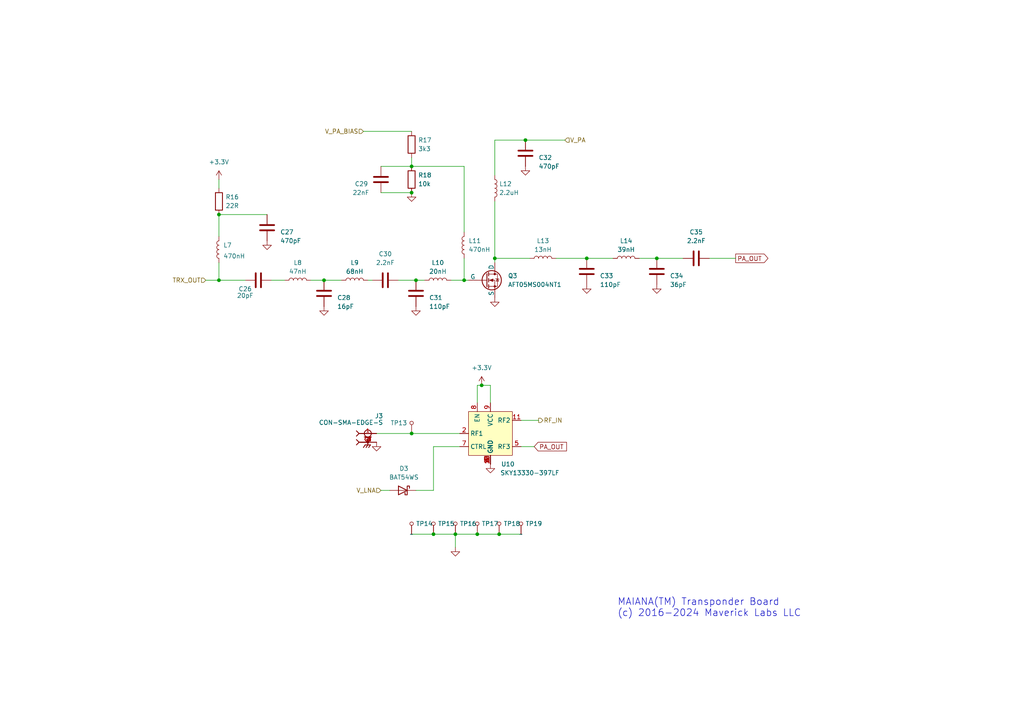
<source format=kicad_sch>
(kicad_sch
	(version 20231120)
	(generator "eeschema")
	(generator_version "8.0")
	(uuid "1bb24ada-7aea-420f-82d8-074675b47e77")
	(paper "A4")
	(title_block
		(title "Transmitter Amplifier and Antenna Switch")
		(date "2025-05-28")
		(rev "11.9.2")
		(company "GBC.ro")
	)
	(lib_symbols
		(symbol "CON-SMA-EDGE-S:CON-SMA-EDGE-S"
			(pin_names
				(offset 1.016)
			)
			(exclude_from_sim no)
			(in_bom yes)
			(on_board yes)
			(property "Reference" "J"
				(at -3.81 4.064 0)
				(effects
					(font
						(size 1.27 1.27)
					)
					(justify left bottom)
				)
			)
			(property "Value" "CON-SMA-EDGE-S"
				(at -4.064 -4.318 0)
				(effects
					(font
						(size 1.27 1.27)
					)
					(justify left bottom)
				)
			)
			(property "Footprint" "RFSOLUTIONS_CON-SMA-EDGE-S"
				(at 0 0 0)
				(effects
					(font
						(size 1.27 1.27)
					)
					(justify bottom)
					(hide yes)
				)
			)
			(property "Datasheet" ""
				(at 0 0 0)
				(effects
					(font
						(size 1.27 1.27)
					)
					(hide yes)
				)
			)
			(property "Description" "\nSMA Connector Jack, Female Socket - Board Edge, End Launch Solder\n"
				(at 0 0 0)
				(effects
					(font
						(size 1.27 1.27)
					)
					(justify bottom)
					(hide yes)
				)
			)
			(property "DigiKey_Part_Number" "CON-SMA-EDGE-S-ND"
				(at 0 0 0)
				(effects
					(font
						(size 1.27 1.27)
					)
					(justify bottom)
					(hide yes)
				)
			)
			(property "MF" "RF Solutions"
				(at 0 0 0)
				(effects
					(font
						(size 1.27 1.27)
					)
					(justify bottom)
					(hide yes)
				)
			)
			(property "MAXIMUM_PACKAGE_HEIGHT" "6.35mm"
				(at 0 0 0)
				(effects
					(font
						(size 1.27 1.27)
					)
					(justify bottom)
					(hide yes)
				)
			)
			(property "Package" "None"
				(at 0 0 0)
				(effects
					(font
						(size 1.27 1.27)
					)
					(justify bottom)
					(hide yes)
				)
			)
			(property "Check_prices" "https://www.snapeda.com/parts/CON-SMA-EDGE-S/RF+Solutions/view-part/?ref=eda"
				(at 0 0 0)
				(effects
					(font
						(size 1.27 1.27)
					)
					(justify bottom)
					(hide yes)
				)
			)
			(property "STANDARD" "Manufacturer Recommendations"
				(at 0 0 0)
				(effects
					(font
						(size 1.27 1.27)
					)
					(justify bottom)
					(hide yes)
				)
			)
			(property "PARTREV" "1"
				(at 0 0 0)
				(effects
					(font
						(size 1.27 1.27)
					)
					(justify bottom)
					(hide yes)
				)
			)
			(property "SnapEDA_Link" "https://www.snapeda.com/parts/CON-SMA-EDGE-S/RF+Solutions/view-part/?ref=snap"
				(at 0 0 0)
				(effects
					(font
						(size 1.27 1.27)
					)
					(justify bottom)
					(hide yes)
				)
			)
			(property "MP" "CON-SMA-EDGE-S"
				(at 0 0 0)
				(effects
					(font
						(size 1.27 1.27)
					)
					(justify bottom)
					(hide yes)
				)
			)
			(property "Purchase-URL" "https://pricing.snapeda.com/search?q=CON-SMA-EDGE-S&ref=eda"
				(at 0 0 0)
				(effects
					(font
						(size 1.27 1.27)
					)
					(justify bottom)
					(hide yes)
				)
			)
			(property "MANUFACTURER" "RF Solutions"
				(at 0 0 0)
				(effects
					(font
						(size 1.27 1.27)
					)
					(justify bottom)
					(hide yes)
				)
			)
			(symbol "CON-SMA-EDGE-S_0_0"
				(polyline
					(pts
						(xy -3.302 -0.762) (xy -2.54 0)
					)
					(stroke
						(width 0.254)
						(type default)
					)
					(fill
						(type none)
					)
				)
				(polyline
					(pts
						(xy -3.302 0.762) (xy -2.54 0)
					)
					(stroke
						(width 0.254)
						(type default)
					)
					(fill
						(type none)
					)
				)
				(polyline
					(pts
						(xy -3.302 1.778) (xy -2.54 2.54)
					)
					(stroke
						(width 0.254)
						(type default)
					)
					(fill
						(type none)
					)
				)
				(polyline
					(pts
						(xy -3.302 3.302) (xy -2.54 2.54)
					)
					(stroke
						(width 0.254)
						(type default)
					)
					(fill
						(type none)
					)
				)
				(polyline
					(pts
						(xy -2.54 0) (xy 0 0)
					)
					(stroke
						(width 0.254)
						(type default)
					)
					(fill
						(type none)
					)
				)
				(polyline
					(pts
						(xy -2.54 2.54) (xy 2.54 2.54)
					)
					(stroke
						(width 0.254)
						(type default)
					)
					(fill
						(type none)
					)
				)
				(polyline
					(pts
						(xy -1.016 1.524) (xy 0 1.524)
					)
					(stroke
						(width 0.254)
						(type default)
					)
					(fill
						(type none)
					)
				)
				(polyline
					(pts
						(xy -0.762 -0.762) (xy -1.27 -1.524)
					)
					(stroke
						(width 0.254)
						(type default)
					)
					(fill
						(type none)
					)
				)
				(polyline
					(pts
						(xy 0 -0.762) (xy -0.762 -0.762)
					)
					(stroke
						(width 0.254)
						(type default)
					)
					(fill
						(type none)
					)
				)
				(polyline
					(pts
						(xy 0 -0.762) (xy -0.508 -1.524)
					)
					(stroke
						(width 0.254)
						(type default)
					)
					(fill
						(type none)
					)
				)
				(polyline
					(pts
						(xy 0 -0.762) (xy 0.762 -0.762)
					)
					(stroke
						(width 0.254)
						(type default)
					)
					(fill
						(type none)
					)
				)
				(polyline
					(pts
						(xy 0 0) (xy -2.286 0)
					)
					(stroke
						(width 0.254)
						(type default)
					)
					(fill
						(type none)
					)
				)
				(polyline
					(pts
						(xy 0 0) (xy 0 -0.762)
					)
					(stroke
						(width 0.254)
						(type default)
					)
					(fill
						(type none)
					)
				)
				(polyline
					(pts
						(xy 0 1.524) (xy 0 0)
					)
					(stroke
						(width 0.254)
						(type default)
					)
					(fill
						(type none)
					)
				)
				(polyline
					(pts
						(xy 0 1.524) (xy 1.016 1.524)
					)
					(stroke
						(width 0.254)
						(type default)
					)
					(fill
						(type none)
					)
				)
				(polyline
					(pts
						(xy 0.762 -0.762) (xy 0.254 -1.524)
					)
					(stroke
						(width 0.254)
						(type default)
					)
					(fill
						(type none)
					)
				)
				(polyline
					(pts
						(xy 2.54 0) (xy 0 0)
					)
					(stroke
						(width 0.254)
						(type default)
					)
					(fill
						(type none)
					)
				)
				(circle
					(center 0 0)
					(radius 0.254)
					(stroke
						(width 0.254)
						(type default)
					)
					(fill
						(type none)
					)
				)
				(circle
					(center 0 2.54)
					(radius 1.016)
					(stroke
						(width 0.254)
						(type default)
					)
					(fill
						(type none)
					)
				)
				(pin passive line
					(at 2.54 2.54 180)
					(length 5.08)
					(name "~"
						(effects
							(font
								(size 1.016 1.016)
							)
						)
					)
					(number "1"
						(effects
							(font
								(size 1.016 1.016)
							)
						)
					)
				)
				(pin passive line
					(at 2.54 0 180)
					(length 5.08)
					(name "~"
						(effects
							(font
								(size 1.016 1.016)
							)
						)
					)
					(number "G1"
						(effects
							(font
								(size 1.016 1.016)
							)
						)
					)
				)
				(pin passive line
					(at 2.54 0 180)
					(length 5.08)
					(name "~"
						(effects
							(font
								(size 1.016 1.016)
							)
						)
					)
					(number "G2"
						(effects
							(font
								(size 1.016 1.016)
							)
						)
					)
				)
				(pin passive line
					(at 2.54 0 180)
					(length 5.08)
					(name "~"
						(effects
							(font
								(size 1.016 1.016)
							)
						)
					)
					(number "G3"
						(effects
							(font
								(size 1.016 1.016)
							)
						)
					)
				)
				(pin passive line
					(at 2.54 0 180)
					(length 5.08)
					(name "~"
						(effects
							(font
								(size 1.016 1.016)
							)
						)
					)
					(number "G4"
						(effects
							(font
								(size 1.016 1.016)
							)
						)
					)
				)
			)
		)
		(symbol "Device:C"
			(pin_numbers hide)
			(pin_names
				(offset 0.254)
			)
			(exclude_from_sim no)
			(in_bom yes)
			(on_board yes)
			(property "Reference" "C"
				(at 0.635 2.54 0)
				(effects
					(font
						(size 1.27 1.27)
					)
					(justify left)
				)
			)
			(property "Value" "C"
				(at 0.635 -2.54 0)
				(effects
					(font
						(size 1.27 1.27)
					)
					(justify left)
				)
			)
			(property "Footprint" ""
				(at 0.9652 -3.81 0)
				(effects
					(font
						(size 1.27 1.27)
					)
					(hide yes)
				)
			)
			(property "Datasheet" "~"
				(at 0 0 0)
				(effects
					(font
						(size 1.27 1.27)
					)
					(hide yes)
				)
			)
			(property "Description" "Unpolarized capacitor"
				(at 0 0 0)
				(effects
					(font
						(size 1.27 1.27)
					)
					(hide yes)
				)
			)
			(property "ki_keywords" "cap capacitor"
				(at 0 0 0)
				(effects
					(font
						(size 1.27 1.27)
					)
					(hide yes)
				)
			)
			(property "ki_fp_filters" "C_*"
				(at 0 0 0)
				(effects
					(font
						(size 1.27 1.27)
					)
					(hide yes)
				)
			)
			(symbol "C_0_1"
				(polyline
					(pts
						(xy -2.032 -0.762) (xy 2.032 -0.762)
					)
					(stroke
						(width 0.508)
						(type default)
					)
					(fill
						(type none)
					)
				)
				(polyline
					(pts
						(xy -2.032 0.762) (xy 2.032 0.762)
					)
					(stroke
						(width 0.508)
						(type default)
					)
					(fill
						(type none)
					)
				)
			)
			(symbol "C_1_1"
				(pin passive line
					(at 0 3.81 270)
					(length 2.794)
					(name "~"
						(effects
							(font
								(size 1.27 1.27)
							)
						)
					)
					(number "1"
						(effects
							(font
								(size 1.27 1.27)
							)
						)
					)
				)
				(pin passive line
					(at 0 -3.81 90)
					(length 2.794)
					(name "~"
						(effects
							(font
								(size 1.27 1.27)
							)
						)
					)
					(number "2"
						(effects
							(font
								(size 1.27 1.27)
							)
						)
					)
				)
			)
		)
		(symbol "Device:D_Schottky"
			(pin_numbers hide)
			(pin_names
				(offset 1.016) hide)
			(exclude_from_sim no)
			(in_bom yes)
			(on_board yes)
			(property "Reference" "D"
				(at 0 2.54 0)
				(effects
					(font
						(size 1.27 1.27)
					)
				)
			)
			(property "Value" "D_Schottky"
				(at 0 -2.54 0)
				(effects
					(font
						(size 1.27 1.27)
					)
				)
			)
			(property "Footprint" ""
				(at 0 0 0)
				(effects
					(font
						(size 1.27 1.27)
					)
					(hide yes)
				)
			)
			(property "Datasheet" "~"
				(at 0 0 0)
				(effects
					(font
						(size 1.27 1.27)
					)
					(hide yes)
				)
			)
			(property "Description" "Schottky diode"
				(at 0 0 0)
				(effects
					(font
						(size 1.27 1.27)
					)
					(hide yes)
				)
			)
			(property "ki_keywords" "diode Schottky"
				(at 0 0 0)
				(effects
					(font
						(size 1.27 1.27)
					)
					(hide yes)
				)
			)
			(property "ki_fp_filters" "TO-???* *_Diode_* *SingleDiode* D_*"
				(at 0 0 0)
				(effects
					(font
						(size 1.27 1.27)
					)
					(hide yes)
				)
			)
			(symbol "D_Schottky_0_1"
				(polyline
					(pts
						(xy 1.27 0) (xy -1.27 0)
					)
					(stroke
						(width 0)
						(type default)
					)
					(fill
						(type none)
					)
				)
				(polyline
					(pts
						(xy 1.27 1.27) (xy 1.27 -1.27) (xy -1.27 0) (xy 1.27 1.27)
					)
					(stroke
						(width 0.254)
						(type default)
					)
					(fill
						(type none)
					)
				)
				(polyline
					(pts
						(xy -1.905 0.635) (xy -1.905 1.27) (xy -1.27 1.27) (xy -1.27 -1.27) (xy -0.635 -1.27) (xy -0.635 -0.635)
					)
					(stroke
						(width 0.254)
						(type default)
					)
					(fill
						(type none)
					)
				)
			)
			(symbol "D_Schottky_1_1"
				(pin passive line
					(at -3.81 0 0)
					(length 2.54)
					(name "K"
						(effects
							(font
								(size 1.27 1.27)
							)
						)
					)
					(number "1"
						(effects
							(font
								(size 1.27 1.27)
							)
						)
					)
				)
				(pin passive line
					(at 3.81 0 180)
					(length 2.54)
					(name "A"
						(effects
							(font
								(size 1.27 1.27)
							)
						)
					)
					(number "2"
						(effects
							(font
								(size 1.27 1.27)
							)
						)
					)
				)
			)
		)
		(symbol "Device:L"
			(pin_numbers hide)
			(pin_names
				(offset 1.016) hide)
			(exclude_from_sim no)
			(in_bom yes)
			(on_board yes)
			(property "Reference" "L"
				(at -1.27 0 90)
				(effects
					(font
						(size 1.27 1.27)
					)
				)
			)
			(property "Value" "L"
				(at 1.905 0 90)
				(effects
					(font
						(size 1.27 1.27)
					)
				)
			)
			(property "Footprint" ""
				(at 0 0 0)
				(effects
					(font
						(size 1.27 1.27)
					)
					(hide yes)
				)
			)
			(property "Datasheet" "~"
				(at 0 0 0)
				(effects
					(font
						(size 1.27 1.27)
					)
					(hide yes)
				)
			)
			(property "Description" "Inductor"
				(at 0 0 0)
				(effects
					(font
						(size 1.27 1.27)
					)
					(hide yes)
				)
			)
			(property "ki_keywords" "inductor choke coil reactor magnetic"
				(at 0 0 0)
				(effects
					(font
						(size 1.27 1.27)
					)
					(hide yes)
				)
			)
			(property "ki_fp_filters" "Choke_* *Coil* Inductor_* L_*"
				(at 0 0 0)
				(effects
					(font
						(size 1.27 1.27)
					)
					(hide yes)
				)
			)
			(symbol "L_0_1"
				(arc
					(start 0 -2.54)
					(mid 0.6323 -1.905)
					(end 0 -1.27)
					(stroke
						(width 0)
						(type default)
					)
					(fill
						(type none)
					)
				)
				(arc
					(start 0 -1.27)
					(mid 0.6323 -0.635)
					(end 0 0)
					(stroke
						(width 0)
						(type default)
					)
					(fill
						(type none)
					)
				)
				(arc
					(start 0 0)
					(mid 0.6323 0.635)
					(end 0 1.27)
					(stroke
						(width 0)
						(type default)
					)
					(fill
						(type none)
					)
				)
				(arc
					(start 0 1.27)
					(mid 0.6323 1.905)
					(end 0 2.54)
					(stroke
						(width 0)
						(type default)
					)
					(fill
						(type none)
					)
				)
			)
			(symbol "L_1_1"
				(pin passive line
					(at 0 3.81 270)
					(length 1.27)
					(name "1"
						(effects
							(font
								(size 1.27 1.27)
							)
						)
					)
					(number "1"
						(effects
							(font
								(size 1.27 1.27)
							)
						)
					)
				)
				(pin passive line
					(at 0 -3.81 90)
					(length 1.27)
					(name "2"
						(effects
							(font
								(size 1.27 1.27)
							)
						)
					)
					(number "2"
						(effects
							(font
								(size 1.27 1.27)
							)
						)
					)
				)
			)
		)
		(symbol "Device:R"
			(pin_numbers hide)
			(pin_names
				(offset 0)
			)
			(exclude_from_sim no)
			(in_bom yes)
			(on_board yes)
			(property "Reference" "R"
				(at 2.032 0 90)
				(effects
					(font
						(size 1.27 1.27)
					)
				)
			)
			(property "Value" "R"
				(at 0 0 90)
				(effects
					(font
						(size 1.27 1.27)
					)
				)
			)
			(property "Footprint" ""
				(at -1.778 0 90)
				(effects
					(font
						(size 1.27 1.27)
					)
					(hide yes)
				)
			)
			(property "Datasheet" "~"
				(at 0 0 0)
				(effects
					(font
						(size 1.27 1.27)
					)
					(hide yes)
				)
			)
			(property "Description" "Resistor"
				(at 0 0 0)
				(effects
					(font
						(size 1.27 1.27)
					)
					(hide yes)
				)
			)
			(property "ki_keywords" "R res resistor"
				(at 0 0 0)
				(effects
					(font
						(size 1.27 1.27)
					)
					(hide yes)
				)
			)
			(property "ki_fp_filters" "R_*"
				(at 0 0 0)
				(effects
					(font
						(size 1.27 1.27)
					)
					(hide yes)
				)
			)
			(symbol "R_0_1"
				(rectangle
					(start -1.016 -2.54)
					(end 1.016 2.54)
					(stroke
						(width 0.254)
						(type default)
					)
					(fill
						(type none)
					)
				)
			)
			(symbol "R_1_1"
				(pin passive line
					(at 0 3.81 270)
					(length 1.27)
					(name "~"
						(effects
							(font
								(size 1.27 1.27)
							)
						)
					)
					(number "1"
						(effects
							(font
								(size 1.27 1.27)
							)
						)
					)
				)
				(pin passive line
					(at 0 -3.81 90)
					(length 1.27)
					(name "~"
						(effects
							(font
								(size 1.27 1.27)
							)
						)
					)
					(number "2"
						(effects
							(font
								(size 1.27 1.27)
							)
						)
					)
				)
			)
		)
		(symbol "RF_Switch:SKY13330-397LF"
			(exclude_from_sim no)
			(in_bom yes)
			(on_board yes)
			(property "Reference" "U"
				(at 0 0 0)
				(effects
					(font
						(size 1.27 1.27)
					)
				)
			)
			(property "Value" ""
				(at 0 0 0)
				(effects
					(font
						(size 1.27 1.27)
					)
				)
			)
			(property "Footprint" ""
				(at 0 0 0)
				(effects
					(font
						(size 1.27 1.27)
					)
					(hide yes)
				)
			)
			(property "Datasheet" ""
				(at 0 0 0)
				(effects
					(font
						(size 1.27 1.27)
					)
					(hide yes)
				)
			)
			(property "Description" ""
				(at 0 0 0)
				(effects
					(font
						(size 1.27 1.27)
					)
					(hide yes)
				)
			)
			(symbol "SKY13330-397LF_1_1"
				(rectangle
					(start -6.35 6.35)
					(end 6.35 -6.35)
					(stroke
						(width 0)
						(type default)
					)
					(fill
						(type background)
					)
				)
				(pin power_in line
					(at 0 -8.89 90)
					(length 2.54)
					(name "GND"
						(effects
							(font
								(size 1.27 1.27)
							)
						)
					)
					(number "1"
						(effects
							(font
								(size 1.27 1.27)
							)
						)
					)
				)
				(pin power_in line
					(at 0 -8.89 90)
					(length 2.54)
					(name "GND"
						(effects
							(font
								(size 1.27 1.27)
							)
						)
					)
					(number "10"
						(effects
							(font
								(size 1.27 1.27)
							)
						)
					)
				)
				(pin bidirectional line
					(at 8.89 3.81 180)
					(length 2.54)
					(name "RF2"
						(effects
							(font
								(size 1.27 1.27)
							)
						)
					)
					(number "11"
						(effects
							(font
								(size 1.27 1.27)
							)
						)
					)
				)
				(pin power_in line
					(at 0 -8.89 90)
					(length 2.54)
					(name "GND"
						(effects
							(font
								(size 1.27 1.27)
							)
						)
					)
					(number "12"
						(effects
							(font
								(size 1.27 1.27)
							)
						)
					)
				)
				(pin power_in line
					(at 0 -8.89 90)
					(length 2.54)
					(name "GND"
						(effects
							(font
								(size 1.27 1.27)
							)
						)
					)
					(number "13"
						(effects
							(font
								(size 1.27 1.27)
							)
						)
					)
				)
				(pin bidirectional line
					(at -8.89 0 0)
					(length 2.54)
					(name "RF1"
						(effects
							(font
								(size 1.27 1.27)
							)
						)
					)
					(number "2"
						(effects
							(font
								(size 1.27 1.27)
							)
						)
					)
				)
				(pin power_in line
					(at 0 -8.89 90)
					(length 2.54)
					(name "GND"
						(effects
							(font
								(size 1.27 1.27)
							)
						)
					)
					(number "3"
						(effects
							(font
								(size 1.27 1.27)
							)
						)
					)
				)
				(pin power_in line
					(at 0 -8.89 90)
					(length 2.54)
					(name "GND"
						(effects
							(font
								(size 1.27 1.27)
							)
						)
					)
					(number "4"
						(effects
							(font
								(size 1.27 1.27)
							)
						)
					)
				)
				(pin bidirectional line
					(at 8.89 -3.81 180)
					(length 2.54)
					(name "RF3"
						(effects
							(font
								(size 1.27 1.27)
							)
						)
					)
					(number "5"
						(effects
							(font
								(size 1.27 1.27)
							)
						)
					)
				)
				(pin power_in line
					(at 0 -8.89 90)
					(length 2.54)
					(name "GND"
						(effects
							(font
								(size 1.27 1.27)
							)
						)
					)
					(number "6"
						(effects
							(font
								(size 1.27 1.27)
							)
						)
					)
				)
				(pin input line
					(at -8.89 -3.81 0)
					(length 2.54)
					(name "CTRL"
						(effects
							(font
								(size 1.27 1.27)
							)
						)
					)
					(number "7"
						(effects
							(font
								(size 1.27 1.27)
							)
						)
					)
				)
				(pin input line
					(at -3.81 8.89 270)
					(length 2.54)
					(name "EN"
						(effects
							(font
								(size 1.27 1.27)
							)
						)
					)
					(number "8"
						(effects
							(font
								(size 1.27 1.27)
							)
						)
					)
				)
				(pin power_in line
					(at 0 8.89 270)
					(length 2.54)
					(name "VCC"
						(effects
							(font
								(size 1.27 1.27)
							)
						)
					)
					(number "9"
						(effects
							(font
								(size 1.27 1.27)
							)
						)
					)
				)
			)
		)
		(symbol "Simulation_SPICE:NMOS"
			(pin_numbers hide)
			(pin_names
				(offset 0)
			)
			(exclude_from_sim no)
			(in_bom yes)
			(on_board yes)
			(property "Reference" "Q1"
				(at 6.35 1.27 0)
				(effects
					(font
						(size 1.27 1.27)
					)
					(justify left)
				)
			)
			(property "Value" "AFT05MS004NT1"
				(at 6.35 -1.27 0)
				(effects
					(font
						(size 1.27 1.27)
					)
					(justify left)
				)
			)
			(property "Footprint" "Package_TO_SOT_SMD:SOT-89-3"
				(at 5.08 2.54 0)
				(effects
					(font
						(size 1.27 1.27)
					)
					(hide yes)
				)
			)
			(property "Datasheet" "https://ngspice.sourceforge.io/docs/ngspice-manual.pdf"
				(at 0 -12.7 0)
				(effects
					(font
						(size 1.27 1.27)
					)
					(hide yes)
				)
			)
			(property "Description" "N-MOSFET transistor, drain/source/gate"
				(at 0 0 0)
				(effects
					(font
						(size 1.27 1.27)
					)
					(hide yes)
				)
			)
			(property "Sim.Device" "NMOS"
				(at 0 -17.145 0)
				(effects
					(font
						(size 1.27 1.27)
					)
					(hide yes)
				)
			)
			(property "Sim.Type" "VDMOS"
				(at 0 -19.05 0)
				(effects
					(font
						(size 1.27 1.27)
					)
					(hide yes)
				)
			)
			(property "Sim.Pins" "1=D 2=G 3=S"
				(at 0 -15.24 0)
				(effects
					(font
						(size 1.27 1.27)
					)
					(hide yes)
				)
			)
			(property "ki_keywords" "transistor NMOS N-MOS N-MOSFET simulation"
				(at 0 0 0)
				(effects
					(font
						(size 1.27 1.27)
					)
					(hide yes)
				)
			)
			(symbol "NMOS_0_1"
				(polyline
					(pts
						(xy 0.254 0) (xy -2.54 0)
					)
					(stroke
						(width 0)
						(type default)
					)
					(fill
						(type none)
					)
				)
				(polyline
					(pts
						(xy 0.254 1.905) (xy 0.254 -1.905)
					)
					(stroke
						(width 0.254)
						(type default)
					)
					(fill
						(type none)
					)
				)
				(polyline
					(pts
						(xy 0.762 -1.27) (xy 0.762 -2.286)
					)
					(stroke
						(width 0.254)
						(type default)
					)
					(fill
						(type none)
					)
				)
				(polyline
					(pts
						(xy 0.762 0.508) (xy 0.762 -0.508)
					)
					(stroke
						(width 0.254)
						(type default)
					)
					(fill
						(type none)
					)
				)
				(polyline
					(pts
						(xy 0.762 2.286) (xy 0.762 1.27)
					)
					(stroke
						(width 0.254)
						(type default)
					)
					(fill
						(type none)
					)
				)
				(polyline
					(pts
						(xy 2.54 2.54) (xy 2.54 1.778)
					)
					(stroke
						(width 0)
						(type default)
					)
					(fill
						(type none)
					)
				)
				(polyline
					(pts
						(xy 2.54 -2.54) (xy 2.54 0) (xy 0.762 0)
					)
					(stroke
						(width 0)
						(type default)
					)
					(fill
						(type none)
					)
				)
				(polyline
					(pts
						(xy 0.762 -1.778) (xy 3.302 -1.778) (xy 3.302 1.778) (xy 0.762 1.778)
					)
					(stroke
						(width 0)
						(type default)
					)
					(fill
						(type none)
					)
				)
				(polyline
					(pts
						(xy 1.016 0) (xy 2.032 0.381) (xy 2.032 -0.381) (xy 1.016 0)
					)
					(stroke
						(width 0)
						(type default)
					)
					(fill
						(type outline)
					)
				)
				(polyline
					(pts
						(xy 2.794 0.508) (xy 2.921 0.381) (xy 3.683 0.381) (xy 3.81 0.254)
					)
					(stroke
						(width 0)
						(type default)
					)
					(fill
						(type none)
					)
				)
				(polyline
					(pts
						(xy 3.302 0.381) (xy 2.921 -0.254) (xy 3.683 -0.254) (xy 3.302 0.381)
					)
					(stroke
						(width 0)
						(type default)
					)
					(fill
						(type none)
					)
				)
				(circle
					(center 1.651 0)
					(radius 2.794)
					(stroke
						(width 0.254)
						(type default)
					)
					(fill
						(type none)
					)
				)
				(circle
					(center 2.54 -1.778)
					(radius 0.254)
					(stroke
						(width 0)
						(type default)
					)
					(fill
						(type outline)
					)
				)
				(circle
					(center 2.54 1.778)
					(radius 0.254)
					(stroke
						(width 0)
						(type default)
					)
					(fill
						(type outline)
					)
				)
			)
			(symbol "NMOS_1_1"
				(pin input line
					(at -5.08 0 0)
					(length 2.54)
					(name "G"
						(effects
							(font
								(size 1.27 1.27)
							)
						)
					)
					(number "1"
						(effects
							(font
								(size 1.27 1.27)
							)
						)
					)
				)
				(pin passive line
					(at 2.54 -5.08 90)
					(length 2.54)
					(name "S"
						(effects
							(font
								(size 1.27 1.27)
							)
						)
					)
					(number "2"
						(effects
							(font
								(size 1.27 1.27)
							)
						)
					)
				)
				(pin passive line
					(at 2.54 5.08 270)
					(length 2.54)
					(name "D"
						(effects
							(font
								(size 1.27 1.27)
							)
						)
					)
					(number "3"
						(effects
							(font
								(size 1.27 1.27)
							)
						)
					)
				)
			)
		)
		(symbol "TestPads:TestPad-D1.0mm"
			(exclude_from_sim no)
			(in_bom yes)
			(on_board yes)
			(property "Reference" "TP"
				(at 1.27 4.826 0)
				(effects
					(font
						(size 1.27 1.27)
					)
				)
			)
			(property "Value" ""
				(at 0 0 0)
				(effects
					(font
						(size 1.27 1.27)
					)
				)
			)
			(property "Footprint" "TestPads:TP_1.0MM"
				(at 0 0 0)
				(effects
					(font
						(size 1.27 1.27)
					)
					(hide yes)
				)
			)
			(property "Datasheet" ""
				(at 0 0 0)
				(effects
					(font
						(size 1.27 1.27)
					)
					(hide yes)
				)
			)
			(property "Description" ""
				(at 0 0 0)
				(effects
					(font
						(size 1.27 1.27)
					)
					(hide yes)
				)
			)
			(symbol "TestPad-D1.0mm_0_1"
				(circle
					(center 0 3.048)
					(radius 0.508)
					(stroke
						(width 0)
						(type default)
					)
					(fill
						(type none)
					)
				)
			)
			(symbol "TestPad-D1.0mm_1_1"
				(pin passive line
					(at 0 0 90)
					(length 2.54)
					(name "P"
						(effects
							(font
								(size 0 0)
							)
						)
					)
					(number "1"
						(effects
							(font
								(size 0 0)
							)
						)
					)
				)
			)
		)
		(symbol "TestPads:TestPad-D1.2mm"
			(exclude_from_sim no)
			(in_bom yes)
			(on_board yes)
			(property "Reference" "TP"
				(at 1.27 4.826 0)
				(effects
					(font
						(size 1.27 1.27)
					)
				)
			)
			(property "Value" ""
				(at 0 0 0)
				(effects
					(font
						(size 1.27 1.27)
					)
				)
			)
			(property "Footprint" "TestPads:TP_1.2MM"
				(at 0 0 0)
				(effects
					(font
						(size 1.27 1.27)
					)
					(hide yes)
				)
			)
			(property "Datasheet" ""
				(at 0 0 0)
				(effects
					(font
						(size 1.27 1.27)
					)
					(hide yes)
				)
			)
			(property "Description" ""
				(at 0 0 0)
				(effects
					(font
						(size 1.27 1.27)
					)
					(hide yes)
				)
			)
			(symbol "TestPad-D1.2mm_0_1"
				(circle
					(center 0 3.048)
					(radius 0.508)
					(stroke
						(width 0)
						(type default)
					)
					(fill
						(type none)
					)
				)
			)
			(symbol "TestPad-D1.2mm_1_1"
				(pin passive line
					(at 0 0 90)
					(length 2.54)
					(name "P"
						(effects
							(font
								(size 0 0)
							)
						)
					)
					(number "1"
						(effects
							(font
								(size 0 0)
							)
						)
					)
				)
			)
		)
		(symbol "power:+3.3V"
			(power)
			(pin_names
				(offset 0)
			)
			(exclude_from_sim no)
			(in_bom yes)
			(on_board yes)
			(property "Reference" "#PWR"
				(at 0 -3.81 0)
				(effects
					(font
						(size 1.27 1.27)
					)
					(hide yes)
				)
			)
			(property "Value" "+3.3V"
				(at 0 3.556 0)
				(effects
					(font
						(size 1.27 1.27)
					)
				)
			)
			(property "Footprint" ""
				(at 0 0 0)
				(effects
					(font
						(size 1.27 1.27)
					)
					(hide yes)
				)
			)
			(property "Datasheet" ""
				(at 0 0 0)
				(effects
					(font
						(size 1.27 1.27)
					)
					(hide yes)
				)
			)
			(property "Description" "Power symbol creates a global label with name \"+3.3V\""
				(at 0 0 0)
				(effects
					(font
						(size 1.27 1.27)
					)
					(hide yes)
				)
			)
			(property "ki_keywords" "global power"
				(at 0 0 0)
				(effects
					(font
						(size 1.27 1.27)
					)
					(hide yes)
				)
			)
			(symbol "+3.3V_0_1"
				(polyline
					(pts
						(xy -0.762 1.27) (xy 0 2.54)
					)
					(stroke
						(width 0)
						(type default)
					)
					(fill
						(type none)
					)
				)
				(polyline
					(pts
						(xy 0 0) (xy 0 2.54)
					)
					(stroke
						(width 0)
						(type default)
					)
					(fill
						(type none)
					)
				)
				(polyline
					(pts
						(xy 0 2.54) (xy 0.762 1.27)
					)
					(stroke
						(width 0)
						(type default)
					)
					(fill
						(type none)
					)
				)
			)
			(symbol "+3.3V_1_1"
				(pin power_in line
					(at 0 0 90)
					(length 0) hide
					(name "+3.3V"
						(effects
							(font
								(size 1.27 1.27)
							)
						)
					)
					(number "1"
						(effects
							(font
								(size 1.27 1.27)
							)
						)
					)
				)
			)
		)
		(symbol "power:GND"
			(power)
			(pin_names
				(offset 0)
			)
			(exclude_from_sim no)
			(in_bom yes)
			(on_board yes)
			(property "Reference" "#PWR"
				(at 0 -6.35 0)
				(effects
					(font
						(size 1.27 1.27)
					)
					(hide yes)
				)
			)
			(property "Value" "GND"
				(at 0 -3.81 0)
				(effects
					(font
						(size 1.27 1.27)
					)
				)
			)
			(property "Footprint" ""
				(at 0 0 0)
				(effects
					(font
						(size 1.27 1.27)
					)
					(hide yes)
				)
			)
			(property "Datasheet" ""
				(at 0 0 0)
				(effects
					(font
						(size 1.27 1.27)
					)
					(hide yes)
				)
			)
			(property "Description" "Power symbol creates a global label with name \"GND\" , ground"
				(at 0 0 0)
				(effects
					(font
						(size 1.27 1.27)
					)
					(hide yes)
				)
			)
			(property "ki_keywords" "global power"
				(at 0 0 0)
				(effects
					(font
						(size 1.27 1.27)
					)
					(hide yes)
				)
			)
			(symbol "GND_0_1"
				(polyline
					(pts
						(xy 0 0) (xy 0 -1.27) (xy 1.27 -1.27) (xy 0 -2.54) (xy -1.27 -1.27) (xy 0 -1.27)
					)
					(stroke
						(width 0)
						(type default)
					)
					(fill
						(type none)
					)
				)
			)
			(symbol "GND_1_1"
				(pin power_in line
					(at 0 0 270)
					(length 0) hide
					(name "GND"
						(effects
							(font
								(size 1.27 1.27)
							)
						)
					)
					(number "1"
						(effects
							(font
								(size 1.27 1.27)
							)
						)
					)
				)
			)
		)
	)
	(junction
		(at 143.51 74.93)
		(diameter 0)
		(color 0 0 0 0)
		(uuid "1597aa91-6c93-4944-8ac7-6e6493f1403d")
	)
	(junction
		(at 93.98 81.28)
		(diameter 0)
		(color 0 0 0 0)
		(uuid "3d805bc8-1c8c-45a6-aaa6-dc79c08a8e45")
	)
	(junction
		(at 119.38 55.88)
		(diameter 0)
		(color 0 0 0 0)
		(uuid "40fa07af-b1b2-42c0-96bc-cec45e7eb3ad")
	)
	(junction
		(at 134.62 81.28)
		(diameter 0)
		(color 0 0 0 0)
		(uuid "4b7b6936-f6d1-440e-aadb-d8cdc0dc3de6")
	)
	(junction
		(at 132.08 154.94)
		(diameter 0)
		(color 0 0 0 0)
		(uuid "4fb5d135-61aa-4eb9-9c02-230d0a42d553")
	)
	(junction
		(at 119.38 125.73)
		(diameter 0)
		(color 0 0 0 0)
		(uuid "648a9a18-8b4c-4a11-947c-db4efa4213bd")
	)
	(junction
		(at 63.5 62.23)
		(diameter 0)
		(color 0 0 0 0)
		(uuid "6adec16d-3b32-4af4-9fdd-1993dfd79966")
	)
	(junction
		(at 190.5 74.93)
		(diameter 0)
		(color 0 0 0 0)
		(uuid "7273a7cc-a4c5-47a6-9255-8dba409b3f4d")
	)
	(junction
		(at 170.18 74.93)
		(diameter 0)
		(color 0 0 0 0)
		(uuid "8a476294-c390-47fd-9a6f-7b320ab00753")
	)
	(junction
		(at 139.7 111.76)
		(diameter 0)
		(color 0 0 0 0)
		(uuid "93dc8a13-79a1-4fd4-a47a-34255e3776b6")
	)
	(junction
		(at 120.65 81.28)
		(diameter 0)
		(color 0 0 0 0)
		(uuid "b1d139b9-0ac1-45dc-a07d-532e123d9197")
	)
	(junction
		(at 152.4 40.64)
		(diameter 0)
		(color 0 0 0 0)
		(uuid "bc53ff49-ef5c-4e2f-bc7c-28ba51eb6015")
	)
	(junction
		(at 144.78 154.94)
		(diameter 0)
		(color 0 0 0 0)
		(uuid "c6bb33a0-70ec-4476-82b5-a8e5d786516b")
	)
	(junction
		(at 63.5 81.28)
		(diameter 0)
		(color 0 0 0 0)
		(uuid "c7b54ffa-ab77-4205-8ec2-b44b2eae61af")
	)
	(junction
		(at 119.38 48.26)
		(diameter 0)
		(color 0 0 0 0)
		(uuid "f0301cb6-6452-4098-9bc6-d38f4d9508a0")
	)
	(junction
		(at 125.73 154.94)
		(diameter 0)
		(color 0 0 0 0)
		(uuid "f4787859-5055-4afa-b2ff-8c86e96f4d0f")
	)
	(junction
		(at 138.43 154.94)
		(diameter 0)
		(color 0 0 0 0)
		(uuid "fb523e45-917b-495d-82d3-8ba98595c211")
	)
	(wire
		(pts
			(xy 138.43 111.76) (xy 139.7 111.76)
		)
		(stroke
			(width 0)
			(type default)
		)
		(uuid "0cd4f55b-251a-4f27-8ba9-6401a5d36867")
	)
	(wire
		(pts
			(xy 143.51 74.93) (xy 143.51 76.2)
		)
		(stroke
			(width 0)
			(type default)
		)
		(uuid "0cdc3e1a-6d84-48bc-945d-af8a4c4513b0")
	)
	(wire
		(pts
			(xy 139.7 111.76) (xy 142.24 111.76)
		)
		(stroke
			(width 0)
			(type default)
		)
		(uuid "12bd0836-0286-4f31-a555-6d719689e0a4")
	)
	(wire
		(pts
			(xy 143.51 74.93) (xy 153.67 74.93)
		)
		(stroke
			(width 0)
			(type default)
		)
		(uuid "13259cf7-d6d6-4e8e-9eab-3581a042781e")
	)
	(wire
		(pts
			(xy 134.62 67.31) (xy 134.62 48.26)
		)
		(stroke
			(width 0)
			(type default)
		)
		(uuid "26741fa4-0ee9-48b4-9b03-860c189bc229")
	)
	(wire
		(pts
			(xy 142.24 116.84) (xy 142.24 111.76)
		)
		(stroke
			(width 0)
			(type default)
		)
		(uuid "34c08c88-3bdc-4948-a22f-4b14d6bc832f")
	)
	(wire
		(pts
			(xy 133.35 125.73) (xy 119.38 125.73)
		)
		(stroke
			(width 0)
			(type default)
		)
		(uuid "3b23b1af-50b6-471b-9a95-3242c221f769")
	)
	(wire
		(pts
			(xy 170.18 74.93) (xy 177.8 74.93)
		)
		(stroke
			(width 0)
			(type default)
		)
		(uuid "3f90705d-f035-4d17-8e1d-b693b9222ccd")
	)
	(wire
		(pts
			(xy 132.08 154.94) (xy 138.43 154.94)
		)
		(stroke
			(width 0)
			(type default)
		)
		(uuid "484047c5-7f54-44db-8b91-9eec6eed65c5")
	)
	(wire
		(pts
			(xy 93.98 81.28) (xy 99.06 81.28)
		)
		(stroke
			(width 0)
			(type default)
		)
		(uuid "506c5b17-d954-4188-bb57-25cdd1723515")
	)
	(wire
		(pts
			(xy 78.74 81.28) (xy 82.55 81.28)
		)
		(stroke
			(width 0)
			(type default)
		)
		(uuid "5501eec2-40d1-4593-b0e1-65647d6e332b")
	)
	(wire
		(pts
			(xy 156.21 121.92) (xy 151.13 121.92)
		)
		(stroke
			(width 0)
			(type default)
		)
		(uuid "585796a5-90c3-4c4a-b5d9-447061dbb3b9")
	)
	(wire
		(pts
			(xy 125.73 129.54) (xy 133.35 129.54)
		)
		(stroke
			(width 0)
			(type default)
		)
		(uuid "58ea2948-5976-4ce9-9412-2ddd387c37a9")
	)
	(wire
		(pts
			(xy 138.43 154.94) (xy 144.78 154.94)
		)
		(stroke
			(width 0)
			(type default)
		)
		(uuid "5f50e4b5-10c4-46d1-866d-ae328fce7283")
	)
	(wire
		(pts
			(xy 205.74 74.93) (xy 213.36 74.93)
		)
		(stroke
			(width 0)
			(type default)
		)
		(uuid "60984ea3-f957-43dd-9b0f-609117939e52")
	)
	(wire
		(pts
			(xy 63.5 81.28) (xy 63.5 76.2)
		)
		(stroke
			(width 0)
			(type default)
		)
		(uuid "60e9aa93-10d9-467e-9325-96d8d1082f03")
	)
	(wire
		(pts
			(xy 59.69 81.28) (xy 63.5 81.28)
		)
		(stroke
			(width 0)
			(type default)
		)
		(uuid "6153741e-d034-474b-8bbf-df5d53bbde13")
	)
	(wire
		(pts
			(xy 190.5 74.93) (xy 198.12 74.93)
		)
		(stroke
			(width 0)
			(type default)
		)
		(uuid "64cea6e4-a7ac-4964-a71f-01a6c15c7522")
	)
	(wire
		(pts
			(xy 151.13 129.54) (xy 154.94 129.54)
		)
		(stroke
			(width 0)
			(type default)
		)
		(uuid "6b3307e1-dd96-4ba1-8cfe-12508d71c852")
	)
	(wire
		(pts
			(xy 106.68 81.28) (xy 107.95 81.28)
		)
		(stroke
			(width 0)
			(type default)
		)
		(uuid "6bb8c709-d97d-445a-b5cf-150e9395aed0")
	)
	(wire
		(pts
			(xy 138.43 116.84) (xy 138.43 111.76)
		)
		(stroke
			(width 0)
			(type default)
		)
		(uuid "734d971c-4dfe-46c3-89b9-7ddf0a287e8a")
	)
	(wire
		(pts
			(xy 120.65 81.28) (xy 123.19 81.28)
		)
		(stroke
			(width 0)
			(type default)
		)
		(uuid "7891ce60-6e7f-478f-8c42-97b4844ebc8f")
	)
	(wire
		(pts
			(xy 185.42 74.93) (xy 190.5 74.93)
		)
		(stroke
			(width 0)
			(type default)
		)
		(uuid "81960b55-8cbd-426c-867f-f21170618695")
	)
	(wire
		(pts
			(xy 63.5 81.28) (xy 71.12 81.28)
		)
		(stroke
			(width 0)
			(type default)
		)
		(uuid "8aba6b4d-74e2-45f1-9194-cb33fafc2d27")
	)
	(wire
		(pts
			(xy 143.51 58.42) (xy 143.51 74.93)
		)
		(stroke
			(width 0)
			(type default)
		)
		(uuid "8dc15bb6-ed13-465c-9f28-d91a366dae16")
	)
	(wire
		(pts
			(xy 163.83 40.64) (xy 152.4 40.64)
		)
		(stroke
			(width 0)
			(type default)
		)
		(uuid "90084556-4bcc-437e-ba84-7395fb945145")
	)
	(wire
		(pts
			(xy 143.51 40.64) (xy 143.51 50.8)
		)
		(stroke
			(width 0)
			(type default)
		)
		(uuid "9292d127-9e2d-45c6-8c62-88aa3955cd74")
	)
	(wire
		(pts
			(xy 105.41 38.1) (xy 119.38 38.1)
		)
		(stroke
			(width 0)
			(type default)
		)
		(uuid "96827f2e-2037-42d0-9443-9f89bdf000f3")
	)
	(wire
		(pts
			(xy 110.49 48.26) (xy 119.38 48.26)
		)
		(stroke
			(width 0)
			(type default)
		)
		(uuid "99a2adaf-b304-4396-af10-c9e930ac8c6e")
	)
	(wire
		(pts
			(xy 125.73 154.94) (xy 132.08 154.94)
		)
		(stroke
			(width 0)
			(type default)
		)
		(uuid "a55acf47-6588-4a16-bcf5-0d31ff4196a0")
	)
	(wire
		(pts
			(xy 130.81 81.28) (xy 134.62 81.28)
		)
		(stroke
			(width 0)
			(type default)
		)
		(uuid "aea96b61-aa73-40ac-8439-3fa66c99ded8")
	)
	(wire
		(pts
			(xy 161.29 74.93) (xy 170.18 74.93)
		)
		(stroke
			(width 0)
			(type default)
		)
		(uuid "b00b3546-daf5-4975-ad83-ab88f4a38ce5")
	)
	(wire
		(pts
			(xy 110.49 142.24) (xy 113.03 142.24)
		)
		(stroke
			(width 0)
			(type default)
		)
		(uuid "b32b3de7-baae-494e-b984-b7b21bed96c1")
	)
	(wire
		(pts
			(xy 134.62 48.26) (xy 119.38 48.26)
		)
		(stroke
			(width 0)
			(type default)
		)
		(uuid "b5c1b9f9-1d01-47df-8ba3-accb7d274c0f")
	)
	(wire
		(pts
			(xy 63.5 52.07) (xy 63.5 54.61)
		)
		(stroke
			(width 0)
			(type default)
		)
		(uuid "b8ae384a-f412-41f7-8bf8-3b3d043f15f8")
	)
	(wire
		(pts
			(xy 119.38 154.94) (xy 125.73 154.94)
		)
		(stroke
			(width 0)
			(type default)
		)
		(uuid "baaeca9c-7060-464a-9a1d-799708a3430f")
	)
	(wire
		(pts
			(xy 110.49 55.88) (xy 119.38 55.88)
		)
		(stroke
			(width 0)
			(type default)
		)
		(uuid "bc94b56d-92e8-4163-9e39-c28ce9a2bacf")
	)
	(wire
		(pts
			(xy 63.5 62.23) (xy 63.5 68.58)
		)
		(stroke
			(width 0)
			(type default)
		)
		(uuid "bdb50e1e-72b6-4ec7-9f8f-cb6ca243301d")
	)
	(wire
		(pts
			(xy 119.38 125.73) (xy 109.22 125.73)
		)
		(stroke
			(width 0)
			(type default)
		)
		(uuid "c0a54d3f-f888-4b16-ae4d-23fad5a7065e")
	)
	(wire
		(pts
			(xy 63.5 62.23) (xy 77.47 62.23)
		)
		(stroke
			(width 0)
			(type default)
		)
		(uuid "c9ebe2a4-89a2-4767-866b-ec54ba4c881e")
	)
	(wire
		(pts
			(xy 134.62 74.93) (xy 134.62 81.28)
		)
		(stroke
			(width 0)
			(type default)
		)
		(uuid "d1cb92ec-ae8b-4912-af7b-81713c740769")
	)
	(wire
		(pts
			(xy 120.65 142.24) (xy 125.73 142.24)
		)
		(stroke
			(width 0)
			(type default)
		)
		(uuid "dd1ecdf3-1f34-4532-bcb4-b362876a712e")
	)
	(wire
		(pts
			(xy 125.73 142.24) (xy 125.73 129.54)
		)
		(stroke
			(width 0)
			(type default)
		)
		(uuid "de018d78-d93b-434c-8622-eb9776d71f53")
	)
	(wire
		(pts
			(xy 144.78 154.94) (xy 151.13 154.94)
		)
		(stroke
			(width 0)
			(type default)
		)
		(uuid "decc9ed7-0ff0-4d7b-8a3c-5f7f617453ce")
	)
	(wire
		(pts
			(xy 90.17 81.28) (xy 93.98 81.28)
		)
		(stroke
			(width 0)
			(type default)
		)
		(uuid "e0f2be6d-bf82-4446-8a51-557ec30c6ee9")
	)
	(wire
		(pts
			(xy 119.38 45.72) (xy 119.38 48.26)
		)
		(stroke
			(width 0)
			(type default)
		)
		(uuid "f263eac7-a8a8-4e3c-afb8-4733e23713a5")
	)
	(wire
		(pts
			(xy 115.57 81.28) (xy 120.65 81.28)
		)
		(stroke
			(width 0)
			(type default)
		)
		(uuid "f2d6c5cd-f719-40fb-95ee-243a4ce2f902")
	)
	(wire
		(pts
			(xy 132.08 154.94) (xy 132.08 158.75)
		)
		(stroke
			(width 0)
			(type default)
		)
		(uuid "f545cd7b-5325-42d1-acbb-f1ebe52ca8ec")
	)
	(wire
		(pts
			(xy 152.4 40.64) (xy 143.51 40.64)
		)
		(stroke
			(width 0)
			(type default)
		)
		(uuid "fa06085f-4615-4fca-b01a-ad2fba753c82")
	)
	(wire
		(pts
			(xy 134.62 81.28) (xy 135.89 81.28)
		)
		(stroke
			(width 0)
			(type default)
		)
		(uuid "fd5ca449-fb92-4ca4-a4e8-375f1c874979")
	)
	(text "MAIANA(TM) Transponder Board\n(c) 2016-2024 Maverick Labs LLC"
		(exclude_from_sim no)
		(at 179.07 179.07 0)
		(effects
			(font
				(size 2 2)
			)
			(justify left bottom)
		)
		(uuid "978457b1-686d-493a-8f29-c9298d33e3d5")
	)
	(global_label "PA_OUT"
		(shape output)
		(at 213.36 74.93 0)
		(fields_autoplaced yes)
		(effects
			(font
				(size 1.27 1.27)
			)
			(justify left)
		)
		(uuid "14b0650e-7b25-4544-8ef0-1650a1973354")
		(property "Intersheetrefs" "${INTERSHEET_REFS}"
			(at 223.2206 74.93 0)
			(effects
				(font
					(size 1.27 1.27)
				)
				(justify left)
				(hide yes)
			)
		)
	)
	(global_label "PA_OUT"
		(shape input)
		(at 154.94 129.54 0)
		(fields_autoplaced yes)
		(effects
			(font
				(size 1.27 1.27)
			)
			(justify left)
		)
		(uuid "1bd3b5af-e0cd-4138-acb2-bbc98005c073")
		(property "Intersheetrefs" "${INTERSHEET_REFS}"
			(at 164.8006 129.54 0)
			(effects
				(font
					(size 1.27 1.27)
				)
				(justify left)
				(hide yes)
			)
		)
	)
	(hierarchical_label "RF_IN"
		(shape output)
		(at 156.21 121.92 0)
		(effects
			(font
				(size 1.27 1.27)
			)
			(justify left)
		)
		(uuid "0927ab76-81aa-4b94-8661-30e87c711a96")
	)
	(hierarchical_label "V_LNA"
		(shape input)
		(at 110.49 142.24 180)
		(effects
			(font
				(size 1.27 1.27)
			)
			(justify right)
		)
		(uuid "6c8dff69-eb72-4620-b2cd-6d61c98d7aac")
	)
	(hierarchical_label "V_PA_BIAS"
		(shape input)
		(at 105.41 38.1 180)
		(effects
			(font
				(size 1.27 1.27)
			)
			(justify right)
		)
		(uuid "b4ca042e-f9e9-4b1f-a2c6-4d95b443829d")
	)
	(hierarchical_label "V_PA"
		(shape input)
		(at 163.83 40.64 0)
		(effects
			(font
				(size 1.27 1.27)
			)
			(justify left)
		)
		(uuid "d7e44c2b-39cd-4315-98a8-699655e419f6")
	)
	(hierarchical_label "TRX_OUT"
		(shape input)
		(at 59.69 81.28 180)
		(effects
			(font
				(size 1.27 1.27)
			)
			(justify right)
		)
		(uuid "fe595e91-36ef-4d36-9bf5-dd46dcfa10b7")
	)
	(symbol
		(lib_id "Device:R")
		(at 63.5 58.42 0)
		(unit 1)
		(exclude_from_sim no)
		(in_bom yes)
		(on_board yes)
		(dnp no)
		(fields_autoplaced yes)
		(uuid "02503cef-b56a-487c-9171-971a40778eee")
		(property "Reference" "R16"
			(at 65.405 57.15 0)
			(effects
				(font
					(size 1.27 1.27)
				)
				(justify left)
			)
		)
		(property "Value" "22R"
			(at 65.405 59.69 0)
			(effects
				(font
					(size 1.27 1.27)
				)
				(justify left)
			)
		)
		(property "Footprint" "Resistor_SMD:R_0603_1608Metric"
			(at 61.722 58.42 90)
			(effects
				(font
					(size 1.27 1.27)
				)
				(hide yes)
			)
		)
		(property "Datasheet" "~"
			(at 63.5 58.42 0)
			(effects
				(font
					(size 1.27 1.27)
				)
				(hide yes)
			)
		)
		(property "Description" ""
			(at 63.5 58.42 0)
			(effects
				(font
					(size 1.27 1.27)
				)
				(hide yes)
			)
		)
		(pin "1"
			(uuid "ff805fde-82f7-4165-bc22-25cb9b6cd3dd")
		)
		(pin "2"
			(uuid "889b8f4d-eaed-4fa9-b948-e918c207a66e")
		)
		(instances
			(project "transponder-11.9.1"
				(path "/b583e26f-fd46-44a9-8c29-035f43244830/b0c029bb-f65e-4500-9075-9bc0e54df038"
					(reference "R16")
					(unit 1)
				)
			)
		)
	)
	(symbol
		(lib_id "Device:L")
		(at 157.48 74.93 90)
		(unit 1)
		(exclude_from_sim no)
		(in_bom yes)
		(on_board yes)
		(dnp no)
		(fields_autoplaced yes)
		(uuid "0ef58b1a-f511-487c-9989-ebb093de7fcf")
		(property "Reference" "L13"
			(at 157.48 69.85 90)
			(effects
				(font
					(size 1.27 1.27)
				)
			)
		)
		(property "Value" "13nH"
			(at 157.48 72.39 90)
			(effects
				(font
					(size 1.27 1.27)
				)
			)
		)
		(property "Footprint" "Inductor_SMD:L_0603_1608Metric"
			(at 157.48 74.93 0)
			(effects
				(font
					(size 1.27 1.27)
				)
				(hide yes)
			)
		)
		(property "Datasheet" "~"
			(at 157.48 74.93 0)
			(effects
				(font
					(size 1.27 1.27)
				)
				(hide yes)
			)
		)
		(property "Description" ""
			(at 157.48 74.93 0)
			(effects
				(font
					(size 1.27 1.27)
				)
				(hide yes)
			)
		)
		(pin "1"
			(uuid "ed310713-6c00-44d2-a4a1-41206ae4211d")
		)
		(pin "2"
			(uuid "bf5fce18-9e5f-48df-866b-b24f4f506181")
		)
		(instances
			(project "transponder-11.9.1"
				(path "/b583e26f-fd46-44a9-8c29-035f43244830/b0c029bb-f65e-4500-9075-9bc0e54df038"
					(reference "L13")
					(unit 1)
				)
			)
		)
	)
	(symbol
		(lib_id "Device:L")
		(at 143.51 54.61 0)
		(unit 1)
		(exclude_from_sim no)
		(in_bom yes)
		(on_board yes)
		(dnp no)
		(fields_autoplaced yes)
		(uuid "103f3755-853d-4063-a66b-9d81041287ab")
		(property "Reference" "L12"
			(at 144.78 53.34 0)
			(effects
				(font
					(size 1.27 1.27)
				)
				(justify left)
			)
		)
		(property "Value" "2.2uH"
			(at 144.78 55.88 0)
			(effects
				(font
					(size 1.27 1.27)
				)
				(justify left)
			)
		)
		(property "Footprint" "Inductor_SMD:L_0805_2012Metric"
			(at 143.51 54.61 0)
			(effects
				(font
					(size 1.27 1.27)
				)
				(hide yes)
			)
		)
		(property "Datasheet" "~"
			(at 143.51 54.61 0)
			(effects
				(font
					(size 1.27 1.27)
				)
				(hide yes)
			)
		)
		(property "Description" ""
			(at 143.51 54.61 0)
			(effects
				(font
					(size 1.27 1.27)
				)
				(hide yes)
			)
		)
		(pin "1"
			(uuid "2d7783d1-9f60-4c8f-a3ba-dc8fe5a3ac3f")
		)
		(pin "2"
			(uuid "d7786508-160d-4a88-a258-aaf5ec64ff10")
		)
		(instances
			(project "transponder-11.9.1"
				(path "/b583e26f-fd46-44a9-8c29-035f43244830/b0c029bb-f65e-4500-9075-9bc0e54df038"
					(reference "L12")
					(unit 1)
				)
			)
		)
	)
	(symbol
		(lib_id "TestPads:TestPad-D1.2mm")
		(at 144.78 154.94 0)
		(unit 1)
		(exclude_from_sim no)
		(in_bom yes)
		(on_board yes)
		(dnp no)
		(fields_autoplaced yes)
		(uuid "11589517-a751-470d-8e09-306ed7a67a42")
		(property "Reference" "TP18"
			(at 146.05 151.892 0)
			(effects
				(font
					(size 1.27 1.27)
				)
				(justify left)
			)
		)
		(property "Value" "~"
			(at 144.78 154.94 0)
			(effects
				(font
					(size 1.27 1.27)
				)
			)
		)
		(property "Footprint" "TestPads:TP_1.2MM"
			(at 144.78 154.94 0)
			(effects
				(font
					(size 1.27 1.27)
				)
				(hide yes)
			)
		)
		(property "Datasheet" ""
			(at 144.78 154.94 0)
			(effects
				(font
					(size 1.27 1.27)
				)
				(hide yes)
			)
		)
		(property "Description" ""
			(at 144.78 154.94 0)
			(effects
				(font
					(size 1.27 1.27)
				)
				(hide yes)
			)
		)
		(pin "1"
			(uuid "027b8f29-1868-402a-af6a-4a4c6d4ebbe7")
		)
		(instances
			(project "transponder-11.9.1"
				(path "/b583e26f-fd46-44a9-8c29-035f43244830/b0c029bb-f65e-4500-9075-9bc0e54df038"
					(reference "TP18")
					(unit 1)
				)
			)
		)
	)
	(symbol
		(lib_id "Device:C")
		(at 152.4 44.45 180)
		(unit 1)
		(exclude_from_sim no)
		(in_bom yes)
		(on_board yes)
		(dnp no)
		(uuid "167be6c0-71de-41d8-bcbf-6497b7e7d04c")
		(property "Reference" "C32"
			(at 156.21 45.72 0)
			(effects
				(font
					(size 1.27 1.27)
				)
				(justify right)
			)
		)
		(property "Value" "470pF"
			(at 156.21 48.26 0)
			(effects
				(font
					(size 1.27 1.27)
				)
				(justify right)
			)
		)
		(property "Footprint" "Capacitor_SMD:C_0603_1608Metric"
			(at 151.4348 40.64 0)
			(effects
				(font
					(size 1.27 1.27)
				)
				(hide yes)
			)
		)
		(property "Datasheet" "~"
			(at 152.4 44.45 0)
			(effects
				(font
					(size 1.27 1.27)
				)
				(hide yes)
			)
		)
		(property "Description" ""
			(at 152.4 44.45 0)
			(effects
				(font
					(size 1.27 1.27)
				)
				(hide yes)
			)
		)
		(pin "1"
			(uuid "7702f518-9ecd-4f18-aeb7-60925390f8bc")
		)
		(pin "2"
			(uuid "1f7552a8-3981-45aa-8026-a04ee6ffff17")
		)
		(instances
			(project "transponder-11.9.1"
				(path "/b583e26f-fd46-44a9-8c29-035f43244830/b0c029bb-f65e-4500-9075-9bc0e54df038"
					(reference "C32")
					(unit 1)
				)
			)
		)
	)
	(symbol
		(lib_id "power:GND")
		(at 170.18 82.55 0)
		(unit 1)
		(exclude_from_sim no)
		(in_bom yes)
		(on_board yes)
		(dnp no)
		(fields_autoplaced yes)
		(uuid "173dbb7c-ff3e-4e45-abf1-128357cee352")
		(property "Reference" "#PWR073"
			(at 170.18 88.9 0)
			(effects
				(font
					(size 1.27 1.27)
				)
				(hide yes)
			)
		)
		(property "Value" "GND"
			(at 170.18 87.63 0)
			(effects
				(font
					(size 1.27 1.27)
				)
				(hide yes)
			)
		)
		(property "Footprint" ""
			(at 170.18 82.55 0)
			(effects
				(font
					(size 1.27 1.27)
				)
				(hide yes)
			)
		)
		(property "Datasheet" ""
			(at 170.18 82.55 0)
			(effects
				(font
					(size 1.27 1.27)
				)
				(hide yes)
			)
		)
		(property "Description" ""
			(at 170.18 82.55 0)
			(effects
				(font
					(size 1.27 1.27)
				)
				(hide yes)
			)
		)
		(pin "1"
			(uuid "a7c946bb-c32f-474a-a0d7-db78d88cc615")
		)
		(instances
			(project "transponder-11.9.1"
				(path "/b583e26f-fd46-44a9-8c29-035f43244830/b0c029bb-f65e-4500-9075-9bc0e54df038"
					(reference "#PWR073")
					(unit 1)
				)
			)
		)
	)
	(symbol
		(lib_id "power:GND")
		(at 143.51 86.36 0)
		(unit 1)
		(exclude_from_sim no)
		(in_bom yes)
		(on_board yes)
		(dnp no)
		(fields_autoplaced yes)
		(uuid "184cae46-7683-4417-9d01-e6e4ecf07b77")
		(property "Reference" "#PWR071"
			(at 143.51 92.71 0)
			(effects
				(font
					(size 1.27 1.27)
				)
				(hide yes)
			)
		)
		(property "Value" "GND"
			(at 143.51 91.44 0)
			(effects
				(font
					(size 1.27 1.27)
				)
				(hide yes)
			)
		)
		(property "Footprint" ""
			(at 143.51 86.36 0)
			(effects
				(font
					(size 1.27 1.27)
				)
				(hide yes)
			)
		)
		(property "Datasheet" ""
			(at 143.51 86.36 0)
			(effects
				(font
					(size 1.27 1.27)
				)
				(hide yes)
			)
		)
		(property "Description" ""
			(at 143.51 86.36 0)
			(effects
				(font
					(size 1.27 1.27)
				)
				(hide yes)
			)
		)
		(pin "1"
			(uuid "fc7e9f48-0a48-41c0-b975-53bf2a81601d")
		)
		(instances
			(project "transponder-11.9.1"
				(path "/b583e26f-fd46-44a9-8c29-035f43244830/b0c029bb-f65e-4500-9075-9bc0e54df038"
					(reference "#PWR071")
					(unit 1)
				)
			)
		)
	)
	(symbol
		(lib_id "Device:C")
		(at 120.65 85.09 180)
		(unit 1)
		(exclude_from_sim no)
		(in_bom yes)
		(on_board yes)
		(dnp no)
		(uuid "1a33eafa-723d-4f2b-bf14-7c21d8c92521")
		(property "Reference" "C31"
			(at 124.46 86.36 0)
			(effects
				(font
					(size 1.27 1.27)
				)
				(justify right)
			)
		)
		(property "Value" "110pF"
			(at 124.46 88.9 0)
			(effects
				(font
					(size 1.27 1.27)
				)
				(justify right)
			)
		)
		(property "Footprint" "Capacitor_SMD:C_0603_1608Metric"
			(at 119.6848 81.28 0)
			(effects
				(font
					(size 1.27 1.27)
				)
				(hide yes)
			)
		)
		(property "Datasheet" "~"
			(at 120.65 85.09 0)
			(effects
				(font
					(size 1.27 1.27)
				)
				(hide yes)
			)
		)
		(property "Description" ""
			(at 120.65 85.09 0)
			(effects
				(font
					(size 1.27 1.27)
				)
				(hide yes)
			)
		)
		(pin "1"
			(uuid "fdfd0041-0937-41f4-87e5-71026a51b192")
		)
		(pin "2"
			(uuid "241e8b1a-0f8e-4e04-a215-1694954623a4")
		)
		(instances
			(project "transponder-11.9.1"
				(path "/b583e26f-fd46-44a9-8c29-035f43244830/b0c029bb-f65e-4500-9075-9bc0e54df038"
					(reference "C31")
					(unit 1)
				)
			)
		)
	)
	(symbol
		(lib_id "power:GND")
		(at 77.47 69.85 0)
		(unit 1)
		(exclude_from_sim no)
		(in_bom yes)
		(on_board yes)
		(dnp no)
		(fields_autoplaced yes)
		(uuid "23c392b6-678b-4735-8cbd-6549e5490d9f")
		(property "Reference" "#PWR063"
			(at 77.47 76.2 0)
			(effects
				(font
					(size 1.27 1.27)
				)
				(hide yes)
			)
		)
		(property "Value" "GND"
			(at 77.47 74.93 0)
			(effects
				(font
					(size 1.27 1.27)
				)
				(hide yes)
			)
		)
		(property "Footprint" ""
			(at 77.47 69.85 0)
			(effects
				(font
					(size 1.27 1.27)
				)
				(hide yes)
			)
		)
		(property "Datasheet" ""
			(at 77.47 69.85 0)
			(effects
				(font
					(size 1.27 1.27)
				)
				(hide yes)
			)
		)
		(property "Description" ""
			(at 77.47 69.85 0)
			(effects
				(font
					(size 1.27 1.27)
				)
				(hide yes)
			)
		)
		(pin "1"
			(uuid "6c373fb6-48c2-4337-a2d7-03bab413949c")
		)
		(instances
			(project "transponder-11.9.1"
				(path "/b583e26f-fd46-44a9-8c29-035f43244830/b0c029bb-f65e-4500-9075-9bc0e54df038"
					(reference "#PWR063")
					(unit 1)
				)
			)
		)
	)
	(symbol
		(lib_id "power:GND")
		(at 120.65 88.9 0)
		(unit 1)
		(exclude_from_sim no)
		(in_bom yes)
		(on_board yes)
		(dnp no)
		(fields_autoplaced yes)
		(uuid "2b7688b9-d332-4f86-a4e5-f5988c0ce5a3")
		(property "Reference" "#PWR067"
			(at 120.65 95.25 0)
			(effects
				(font
					(size 1.27 1.27)
				)
				(hide yes)
			)
		)
		(property "Value" "GND"
			(at 120.65 93.98 0)
			(effects
				(font
					(size 1.27 1.27)
				)
				(hide yes)
			)
		)
		(property "Footprint" ""
			(at 120.65 88.9 0)
			(effects
				(font
					(size 1.27 1.27)
				)
				(hide yes)
			)
		)
		(property "Datasheet" ""
			(at 120.65 88.9 0)
			(effects
				(font
					(size 1.27 1.27)
				)
				(hide yes)
			)
		)
		(property "Description" ""
			(at 120.65 88.9 0)
			(effects
				(font
					(size 1.27 1.27)
				)
				(hide yes)
			)
		)
		(pin "1"
			(uuid "b54fea1c-f79c-45d0-ba45-84871d4959fc")
		)
		(instances
			(project "transponder-11.9.1"
				(path "/b583e26f-fd46-44a9-8c29-035f43244830/b0c029bb-f65e-4500-9075-9bc0e54df038"
					(reference "#PWR067")
					(unit 1)
				)
			)
		)
	)
	(symbol
		(lib_id "power:GND")
		(at 142.24 134.62 0)
		(mirror y)
		(unit 1)
		(exclude_from_sim no)
		(in_bom yes)
		(on_board yes)
		(dnp no)
		(fields_autoplaced yes)
		(uuid "3593f651-4e8f-47d3-8615-20cf6e5352b7")
		(property "Reference" "#PWR070"
			(at 142.24 140.97 0)
			(effects
				(font
					(size 1.27 1.27)
				)
				(hide yes)
			)
		)
		(property "Value" "GND"
			(at 142.24 139.7 0)
			(effects
				(font
					(size 1.27 1.27)
				)
				(hide yes)
			)
		)
		(property "Footprint" ""
			(at 142.24 134.62 0)
			(effects
				(font
					(size 1.27 1.27)
				)
				(hide yes)
			)
		)
		(property "Datasheet" ""
			(at 142.24 134.62 0)
			(effects
				(font
					(size 1.27 1.27)
				)
				(hide yes)
			)
		)
		(property "Description" ""
			(at 142.24 134.62 0)
			(effects
				(font
					(size 1.27 1.27)
				)
				(hide yes)
			)
		)
		(pin "1"
			(uuid "a5619645-5ce3-4e7b-a424-f4000a8f04b6")
		)
		(instances
			(project "transponder-11.9.1"
				(path "/b583e26f-fd46-44a9-8c29-035f43244830/b0c029bb-f65e-4500-9075-9bc0e54df038"
					(reference "#PWR070")
					(unit 1)
				)
			)
		)
	)
	(symbol
		(lib_id "Simulation_SPICE:NMOS")
		(at 140.97 81.28 0)
		(unit 1)
		(exclude_from_sim no)
		(in_bom yes)
		(on_board yes)
		(dnp no)
		(fields_autoplaced yes)
		(uuid "390371d2-b34e-421a-920b-e51e52c83ac4")
		(property "Reference" "Q3"
			(at 147.32 80.01 0)
			(effects
				(font
					(size 1.27 1.27)
				)
				(justify left)
			)
		)
		(property "Value" "AFT05MS004NT1"
			(at 147.32 82.55 0)
			(effects
				(font
					(size 1.27 1.27)
				)
				(justify left)
			)
		)
		(property "Footprint" "Package_TO_SOT_SMD:SOT-89-3"
			(at 146.05 78.74 0)
			(effects
				(font
					(size 1.27 1.27)
				)
				(hide yes)
			)
		)
		(property "Datasheet" "https://ngspice.sourceforge.io/docs/ngspice-manual.pdf"
			(at 140.97 93.98 0)
			(effects
				(font
					(size 1.27 1.27)
				)
				(hide yes)
			)
		)
		(property "Description" ""
			(at 140.97 81.28 0)
			(effects
				(font
					(size 1.27 1.27)
				)
				(hide yes)
			)
		)
		(property "Sim.Device" "NMOS"
			(at 140.97 98.425 0)
			(effects
				(font
					(size 1.27 1.27)
				)
				(hide yes)
			)
		)
		(property "Sim.Type" "VDMOS"
			(at 140.97 100.33 0)
			(effects
				(font
					(size 1.27 1.27)
				)
				(hide yes)
			)
		)
		(property "Sim.Pins" "1=D 2=G 3=S"
			(at 140.97 96.52 0)
			(effects
				(font
					(size 1.27 1.27)
				)
				(hide yes)
			)
		)
		(pin "1"
			(uuid "63ef06f3-34e3-4a60-b120-b0537217ec71")
		)
		(pin "2"
			(uuid "d6830caf-136d-4076-9fb3-96444fc099f2")
		)
		(pin "3"
			(uuid "f726232e-f85c-43e5-9954-5af920886ea2")
		)
		(instances
			(project "transponder-11.9.1"
				(path "/b583e26f-fd46-44a9-8c29-035f43244830/b0c029bb-f65e-4500-9075-9bc0e54df038"
					(reference "Q3")
					(unit 1)
				)
			)
		)
	)
	(symbol
		(lib_id "Device:L")
		(at 127 81.28 90)
		(unit 1)
		(exclude_from_sim no)
		(in_bom yes)
		(on_board yes)
		(dnp no)
		(fields_autoplaced yes)
		(uuid "42a855f2-6922-4fe9-ae52-7c17c9cef23d")
		(property "Reference" "L10"
			(at 127 76.2 90)
			(effects
				(font
					(size 1.27 1.27)
				)
			)
		)
		(property "Value" "20nH"
			(at 127 78.74 90)
			(effects
				(font
					(size 1.27 1.27)
				)
			)
		)
		(property "Footprint" "Inductor_SMD:L_0603_1608Metric"
			(at 127 81.28 0)
			(effects
				(font
					(size 1.27 1.27)
				)
				(hide yes)
			)
		)
		(property "Datasheet" "~"
			(at 127 81.28 0)
			(effects
				(font
					(size 1.27 1.27)
				)
				(hide yes)
			)
		)
		(property "Description" ""
			(at 127 81.28 0)
			(effects
				(font
					(size 1.27 1.27)
				)
				(hide yes)
			)
		)
		(pin "1"
			(uuid "ccb05d62-1ffd-4581-a786-92b1d3357c84")
		)
		(pin "2"
			(uuid "c877eb60-07f7-4d4c-9f47-837f780a78df")
		)
		(instances
			(project "transponder-11.9.1"
				(path "/b583e26f-fd46-44a9-8c29-035f43244830/b0c029bb-f65e-4500-9075-9bc0e54df038"
					(reference "L10")
					(unit 1)
				)
			)
		)
	)
	(symbol
		(lib_id "Device:C")
		(at 170.18 78.74 180)
		(unit 1)
		(exclude_from_sim no)
		(in_bom yes)
		(on_board yes)
		(dnp no)
		(uuid "46c8fe8d-b6a6-4614-99e3-3b652d6757b2")
		(property "Reference" "C33"
			(at 173.99 80.01 0)
			(effects
				(font
					(size 1.27 1.27)
				)
				(justify right)
			)
		)
		(property "Value" "110pF"
			(at 173.99 82.55 0)
			(effects
				(font
					(size 1.27 1.27)
				)
				(justify right)
			)
		)
		(property "Footprint" "Capacitor_SMD:C_0603_1608Metric"
			(at 169.2148 74.93 0)
			(effects
				(font
					(size 1.27 1.27)
				)
				(hide yes)
			)
		)
		(property "Datasheet" "~"
			(at 170.18 78.74 0)
			(effects
				(font
					(size 1.27 1.27)
				)
				(hide yes)
			)
		)
		(property "Description" ""
			(at 170.18 78.74 0)
			(effects
				(font
					(size 1.27 1.27)
				)
				(hide yes)
			)
		)
		(pin "1"
			(uuid "ff557738-5672-4283-9fbb-50df122bbb07")
		)
		(pin "2"
			(uuid "9cd90175-6cf0-4371-8cba-6f5ea8e02fa1")
		)
		(instances
			(project "transponder-11.9.1"
				(path "/b583e26f-fd46-44a9-8c29-035f43244830/b0c029bb-f65e-4500-9075-9bc0e54df038"
					(reference "C33")
					(unit 1)
				)
			)
		)
	)
	(symbol
		(lib_id "Device:C")
		(at 201.93 74.93 90)
		(unit 1)
		(exclude_from_sim no)
		(in_bom yes)
		(on_board yes)
		(dnp no)
		(fields_autoplaced yes)
		(uuid "475dd5ed-8e14-442b-a798-a658cd7048f7")
		(property "Reference" "C35"
			(at 201.93 67.31 90)
			(effects
				(font
					(size 1.27 1.27)
				)
			)
		)
		(property "Value" "2.2nF"
			(at 201.93 69.85 90)
			(effects
				(font
					(size 1.27 1.27)
				)
			)
		)
		(property "Footprint" "Capacitor_SMD:C_0603_1608Metric"
			(at 205.74 73.9648 0)
			(effects
				(font
					(size 1.27 1.27)
				)
				(hide yes)
			)
		)
		(property "Datasheet" "~"
			(at 201.93 74.93 0)
			(effects
				(font
					(size 1.27 1.27)
				)
				(hide yes)
			)
		)
		(property "Description" ""
			(at 201.93 74.93 0)
			(effects
				(font
					(size 1.27 1.27)
				)
				(hide yes)
			)
		)
		(pin "1"
			(uuid "b55e8e81-f19c-417a-8bef-f253150c704d")
		)
		(pin "2"
			(uuid "e3f351ce-3a1b-444f-8c5e-7a2fd1664996")
		)
		(instances
			(project "transponder-11.9.1"
				(path "/b583e26f-fd46-44a9-8c29-035f43244830/b0c029bb-f65e-4500-9075-9bc0e54df038"
					(reference "C35")
					(unit 1)
				)
			)
		)
	)
	(symbol
		(lib_id "power:+3.3V")
		(at 63.5 52.07 0)
		(unit 1)
		(exclude_from_sim no)
		(in_bom yes)
		(on_board yes)
		(dnp no)
		(fields_autoplaced yes)
		(uuid "4c949a84-f068-4c68-9237-2fbf37b7b136")
		(property "Reference" "#PWR062"
			(at 63.5 55.88 0)
			(effects
				(font
					(size 1.27 1.27)
				)
				(hide yes)
			)
		)
		(property "Value" "+3.3V"
			(at 63.5 46.99 0)
			(effects
				(font
					(size 1.27 1.27)
				)
			)
		)
		(property "Footprint" ""
			(at 63.5 52.07 0)
			(effects
				(font
					(size 1.27 1.27)
				)
				(hide yes)
			)
		)
		(property "Datasheet" ""
			(at 63.5 52.07 0)
			(effects
				(font
					(size 1.27 1.27)
				)
				(hide yes)
			)
		)
		(property "Description" ""
			(at 63.5 52.07 0)
			(effects
				(font
					(size 1.27 1.27)
				)
				(hide yes)
			)
		)
		(pin "1"
			(uuid "f3233a8b-d5af-40c6-8d2d-7d36c50e214c")
		)
		(instances
			(project "transponder-11.9.1"
				(path "/b583e26f-fd46-44a9-8c29-035f43244830/b0c029bb-f65e-4500-9075-9bc0e54df038"
					(reference "#PWR062")
					(unit 1)
				)
			)
		)
	)
	(symbol
		(lib_id "power:GND")
		(at 152.4 48.26 0)
		(unit 1)
		(exclude_from_sim no)
		(in_bom yes)
		(on_board yes)
		(dnp no)
		(fields_autoplaced yes)
		(uuid "5ddb4726-6f86-4ce4-b650-ce32df65ad7a")
		(property "Reference" "#PWR072"
			(at 152.4 54.61 0)
			(effects
				(font
					(size 1.27 1.27)
				)
				(hide yes)
			)
		)
		(property "Value" "GND"
			(at 152.4 53.34 0)
			(effects
				(font
					(size 1.27 1.27)
				)
				(hide yes)
			)
		)
		(property "Footprint" ""
			(at 152.4 48.26 0)
			(effects
				(font
					(size 1.27 1.27)
				)
				(hide yes)
			)
		)
		(property "Datasheet" ""
			(at 152.4 48.26 0)
			(effects
				(font
					(size 1.27 1.27)
				)
				(hide yes)
			)
		)
		(property "Description" ""
			(at 152.4 48.26 0)
			(effects
				(font
					(size 1.27 1.27)
				)
				(hide yes)
			)
		)
		(pin "1"
			(uuid "91d31e43-cd36-41c1-b8ca-14bca5d613fb")
		)
		(instances
			(project "transponder-11.9.1"
				(path "/b583e26f-fd46-44a9-8c29-035f43244830/b0c029bb-f65e-4500-9075-9bc0e54df038"
					(reference "#PWR072")
					(unit 1)
				)
			)
		)
	)
	(symbol
		(lib_id "TestPads:TestPad-D1.2mm")
		(at 132.08 154.94 0)
		(unit 1)
		(exclude_from_sim no)
		(in_bom yes)
		(on_board yes)
		(dnp no)
		(fields_autoplaced yes)
		(uuid "61d7b0da-d0f6-4d6b-b223-5c047a9b0eb6")
		(property "Reference" "TP16"
			(at 133.35 151.892 0)
			(effects
				(font
					(size 1.27 1.27)
				)
				(justify left)
			)
		)
		(property "Value" "~"
			(at 132.08 154.94 0)
			(effects
				(font
					(size 1.27 1.27)
				)
			)
		)
		(property "Footprint" "TestPads:TP_1.2MM"
			(at 132.08 154.94 0)
			(effects
				(font
					(size 1.27 1.27)
				)
				(hide yes)
			)
		)
		(property "Datasheet" ""
			(at 132.08 154.94 0)
			(effects
				(font
					(size 1.27 1.27)
				)
				(hide yes)
			)
		)
		(property "Description" ""
			(at 132.08 154.94 0)
			(effects
				(font
					(size 1.27 1.27)
				)
				(hide yes)
			)
		)
		(pin "1"
			(uuid "00cb19a4-4fac-4f4e-9821-433577af6a38")
		)
		(instances
			(project "transponder-11.9.1"
				(path "/b583e26f-fd46-44a9-8c29-035f43244830/b0c029bb-f65e-4500-9075-9bc0e54df038"
					(reference "TP16")
					(unit 1)
				)
			)
		)
	)
	(symbol
		(lib_id "Device:L")
		(at 102.87 81.28 90)
		(unit 1)
		(exclude_from_sim no)
		(in_bom yes)
		(on_board yes)
		(dnp no)
		(fields_autoplaced yes)
		(uuid "65ce8fa5-bbbb-4863-a58f-18182dc32f93")
		(property "Reference" "L9"
			(at 102.87 76.2 90)
			(effects
				(font
					(size 1.27 1.27)
				)
			)
		)
		(property "Value" "68nH"
			(at 102.87 78.74 90)
			(effects
				(font
					(size 1.27 1.27)
				)
			)
		)
		(property "Footprint" "Inductor_SMD:L_0603_1608Metric"
			(at 102.87 81.28 0)
			(effects
				(font
					(size 1.27 1.27)
				)
				(hide yes)
			)
		)
		(property "Datasheet" "~"
			(at 102.87 81.28 0)
			(effects
				(font
					(size 1.27 1.27)
				)
				(hide yes)
			)
		)
		(property "Description" ""
			(at 102.87 81.28 0)
			(effects
				(font
					(size 1.27 1.27)
				)
				(hide yes)
			)
		)
		(pin "1"
			(uuid "026e867f-68a2-46ed-ac18-f63346b8f356")
		)
		(pin "2"
			(uuid "8d3dfb90-ffb3-46c9-91ed-c24fc4d1c876")
		)
		(instances
			(project "transponder-11.9.1"
				(path "/b583e26f-fd46-44a9-8c29-035f43244830/b0c029bb-f65e-4500-9075-9bc0e54df038"
					(reference "L9")
					(unit 1)
				)
			)
		)
	)
	(symbol
		(lib_id "power:GND")
		(at 132.08 158.75 0)
		(unit 1)
		(exclude_from_sim no)
		(in_bom yes)
		(on_board yes)
		(dnp no)
		(fields_autoplaced yes)
		(uuid "6f679cf4-db12-493f-b494-078073ea00cf")
		(property "Reference" "#PWR068"
			(at 132.08 165.1 0)
			(effects
				(font
					(size 1.27 1.27)
				)
				(hide yes)
			)
		)
		(property "Value" "GND"
			(at 132.08 163.83 0)
			(effects
				(font
					(size 1.27 1.27)
				)
				(hide yes)
			)
		)
		(property "Footprint" ""
			(at 132.08 158.75 0)
			(effects
				(font
					(size 1.27 1.27)
				)
				(hide yes)
			)
		)
		(property "Datasheet" ""
			(at 132.08 158.75 0)
			(effects
				(font
					(size 1.27 1.27)
				)
				(hide yes)
			)
		)
		(property "Description" ""
			(at 132.08 158.75 0)
			(effects
				(font
					(size 1.27 1.27)
				)
				(hide yes)
			)
		)
		(pin "1"
			(uuid "767b0740-140d-4016-8baf-8341191ec13f")
		)
		(instances
			(project "transponder-11.9.1"
				(path "/b583e26f-fd46-44a9-8c29-035f43244830/b0c029bb-f65e-4500-9075-9bc0e54df038"
					(reference "#PWR068")
					(unit 1)
				)
			)
		)
	)
	(symbol
		(lib_id "power:GND")
		(at 93.98 88.9 0)
		(unit 1)
		(exclude_from_sim no)
		(in_bom yes)
		(on_board yes)
		(dnp no)
		(fields_autoplaced yes)
		(uuid "76c62a82-831f-41b9-87c2-f8c7763d8108")
		(property "Reference" "#PWR064"
			(at 93.98 95.25 0)
			(effects
				(font
					(size 1.27 1.27)
				)
				(hide yes)
			)
		)
		(property "Value" "GND"
			(at 93.98 93.98 0)
			(effects
				(font
					(size 1.27 1.27)
				)
				(hide yes)
			)
		)
		(property "Footprint" ""
			(at 93.98 88.9 0)
			(effects
				(font
					(size 1.27 1.27)
				)
				(hide yes)
			)
		)
		(property "Datasheet" ""
			(at 93.98 88.9 0)
			(effects
				(font
					(size 1.27 1.27)
				)
				(hide yes)
			)
		)
		(property "Description" ""
			(at 93.98 88.9 0)
			(effects
				(font
					(size 1.27 1.27)
				)
				(hide yes)
			)
		)
		(pin "1"
			(uuid "d3668377-a97b-4cc9-b876-9f984f90696a")
		)
		(instances
			(project "transponder-11.9.1"
				(path "/b583e26f-fd46-44a9-8c29-035f43244830/b0c029bb-f65e-4500-9075-9bc0e54df038"
					(reference "#PWR064")
					(unit 1)
				)
			)
		)
	)
	(symbol
		(lib_id "TestPads:TestPad-D1.0mm")
		(at 119.38 125.73 0)
		(mirror y)
		(unit 1)
		(exclude_from_sim no)
		(in_bom yes)
		(on_board yes)
		(dnp no)
		(fields_autoplaced yes)
		(uuid "76fb3849-76ef-4454-8a1c-a4385cd07493")
		(property "Reference" "TP13"
			(at 118.11 122.682 0)
			(effects
				(font
					(size 1.27 1.27)
				)
				(justify left)
			)
		)
		(property "Value" "~"
			(at 119.38 125.73 0)
			(effects
				(font
					(size 1.27 1.27)
				)
			)
		)
		(property "Footprint" "TestPads:TP_1.0MM"
			(at 119.38 125.73 0)
			(effects
				(font
					(size 1.27 1.27)
				)
				(hide yes)
			)
		)
		(property "Datasheet" ""
			(at 119.38 125.73 0)
			(effects
				(font
					(size 1.27 1.27)
				)
				(hide yes)
			)
		)
		(property "Description" ""
			(at 119.38 125.73 0)
			(effects
				(font
					(size 1.27 1.27)
				)
				(hide yes)
			)
		)
		(pin "1"
			(uuid "bb1fbb30-6022-4193-8b4a-9247a44e2755")
		)
		(instances
			(project "transponder-11.9.1"
				(path "/b583e26f-fd46-44a9-8c29-035f43244830/b0c029bb-f65e-4500-9075-9bc0e54df038"
					(reference "TP13")
					(unit 1)
				)
			)
		)
	)
	(symbol
		(lib_id "TestPads:TestPad-D1.2mm")
		(at 151.13 154.94 0)
		(unit 1)
		(exclude_from_sim no)
		(in_bom yes)
		(on_board yes)
		(dnp no)
		(fields_autoplaced yes)
		(uuid "7798f07c-2417-468e-b855-6a9327294c5a")
		(property "Reference" "TP19"
			(at 152.4 151.892 0)
			(effects
				(font
					(size 1.27 1.27)
				)
				(justify left)
			)
		)
		(property "Value" "~"
			(at 151.13 154.94 0)
			(effects
				(font
					(size 1.27 1.27)
				)
			)
		)
		(property "Footprint" "TestPads:TP_1.2MM"
			(at 151.13 154.94 0)
			(effects
				(font
					(size 1.27 1.27)
				)
				(hide yes)
			)
		)
		(property "Datasheet" ""
			(at 151.13 154.94 0)
			(effects
				(font
					(size 1.27 1.27)
				)
				(hide yes)
			)
		)
		(property "Description" ""
			(at 151.13 154.94 0)
			(effects
				(font
					(size 1.27 1.27)
				)
				(hide yes)
			)
		)
		(pin "1"
			(uuid "6694327d-b7eb-4040-a759-a4fd3d9e0787")
		)
		(instances
			(project "transponder-11.9.1"
				(path "/b583e26f-fd46-44a9-8c29-035f43244830/b0c029bb-f65e-4500-9075-9bc0e54df038"
					(reference "TP19")
					(unit 1)
				)
			)
		)
	)
	(symbol
		(lib_id "Device:C")
		(at 190.5 78.74 180)
		(unit 1)
		(exclude_from_sim no)
		(in_bom yes)
		(on_board yes)
		(dnp no)
		(uuid "7a3af989-274b-4fdd-b1fa-34e962dfd705")
		(property "Reference" "C34"
			(at 194.31 80.01 0)
			(effects
				(font
					(size 1.27 1.27)
				)
				(justify right)
			)
		)
		(property "Value" "36pF"
			(at 194.31 82.55 0)
			(effects
				(font
					(size 1.27 1.27)
				)
				(justify right)
			)
		)
		(property "Footprint" "Capacitor_SMD:C_0603_1608Metric"
			(at 189.5348 74.93 0)
			(effects
				(font
					(size 1.27 1.27)
				)
				(hide yes)
			)
		)
		(property "Datasheet" "~"
			(at 190.5 78.74 0)
			(effects
				(font
					(size 1.27 1.27)
				)
				(hide yes)
			)
		)
		(property "Description" ""
			(at 190.5 78.74 0)
			(effects
				(font
					(size 1.27 1.27)
				)
				(hide yes)
			)
		)
		(pin "1"
			(uuid "a7551fbc-045e-4dd6-8067-fd19c1045270")
		)
		(pin "2"
			(uuid "a478d10d-b3b6-41b4-97f6-4077dc6d6803")
		)
		(instances
			(project "transponder-11.9.1"
				(path "/b583e26f-fd46-44a9-8c29-035f43244830/b0c029bb-f65e-4500-9075-9bc0e54df038"
					(reference "C34")
					(unit 1)
				)
			)
		)
	)
	(symbol
		(lib_id "Device:C")
		(at 110.49 52.07 180)
		(unit 1)
		(exclude_from_sim no)
		(in_bom yes)
		(on_board yes)
		(dnp no)
		(uuid "821a0a74-7393-478d-afd4-c6f471839eed")
		(property "Reference" "C29"
			(at 102.87 53.34 0)
			(effects
				(font
					(size 1.27 1.27)
				)
				(justify right)
			)
		)
		(property "Value" "22nF"
			(at 102.235 55.88 0)
			(effects
				(font
					(size 1.27 1.27)
				)
				(justify right)
			)
		)
		(property "Footprint" "Capacitor_SMD:C_0603_1608Metric"
			(at 109.5248 48.26 0)
			(effects
				(font
					(size 1.27 1.27)
				)
				(hide yes)
			)
		)
		(property "Datasheet" "~"
			(at 110.49 52.07 0)
			(effects
				(font
					(size 1.27 1.27)
				)
				(hide yes)
			)
		)
		(property "Description" ""
			(at 110.49 52.07 0)
			(effects
				(font
					(size 1.27 1.27)
				)
				(hide yes)
			)
		)
		(pin "1"
			(uuid "c51f81d4-02c7-4989-86ee-17601f91717e")
		)
		(pin "2"
			(uuid "9b6f0d3a-1c55-49a9-b68b-4292b8e684f8")
		)
		(instances
			(project "transponder-11.9.1"
				(path "/b583e26f-fd46-44a9-8c29-035f43244830/b0c029bb-f65e-4500-9075-9bc0e54df038"
					(reference "C29")
					(unit 1)
				)
			)
		)
	)
	(symbol
		(lib_id "TestPads:TestPad-D1.2mm")
		(at 125.73 154.94 0)
		(unit 1)
		(exclude_from_sim no)
		(in_bom yes)
		(on_board yes)
		(dnp no)
		(fields_autoplaced yes)
		(uuid "82e532cb-a4a1-46c0-aa48-99915fd33ee5")
		(property "Reference" "TP15"
			(at 127 151.892 0)
			(effects
				(font
					(size 1.27 1.27)
				)
				(justify left)
			)
		)
		(property "Value" "~"
			(at 125.73 154.94 0)
			(effects
				(font
					(size 1.27 1.27)
				)
			)
		)
		(property "Footprint" "TestPads:TP_1.2MM"
			(at 125.73 154.94 0)
			(effects
				(font
					(size 1.27 1.27)
				)
				(hide yes)
			)
		)
		(property "Datasheet" ""
			(at 125.73 154.94 0)
			(effects
				(font
					(size 1.27 1.27)
				)
				(hide yes)
			)
		)
		(property "Description" ""
			(at 125.73 154.94 0)
			(effects
				(font
					(size 1.27 1.27)
				)
				(hide yes)
			)
		)
		(pin "1"
			(uuid "e47fe6de-4b90-4c36-92b6-aff893e60143")
		)
		(instances
			(project "transponder-11.9.1"
				(path "/b583e26f-fd46-44a9-8c29-035f43244830/b0c029bb-f65e-4500-9075-9bc0e54df038"
					(reference "TP15")
					(unit 1)
				)
			)
		)
	)
	(symbol
		(lib_id "Device:D_Schottky")
		(at 116.84 142.24 0)
		(mirror y)
		(unit 1)
		(exclude_from_sim no)
		(in_bom yes)
		(on_board yes)
		(dnp no)
		(uuid "83feb1de-f2f0-4976-bca0-b8fe32787b89")
		(property "Reference" "D3"
			(at 117.1575 135.89 0)
			(effects
				(font
					(size 1.27 1.27)
				)
			)
		)
		(property "Value" "BAT54WS"
			(at 117.1575 138.43 0)
			(effects
				(font
					(size 1.27 1.27)
				)
			)
		)
		(property "Footprint" "Diode_SMD:D_SOD-323"
			(at 116.84 142.24 0)
			(effects
				(font
					(size 1.27 1.27)
				)
				(hide yes)
			)
		)
		(property "Datasheet" "~"
			(at 116.84 142.24 0)
			(effects
				(font
					(size 1.27 1.27)
				)
				(hide yes)
			)
		)
		(property "Description" ""
			(at 116.84 142.24 0)
			(effects
				(font
					(size 1.27 1.27)
				)
				(hide yes)
			)
		)
		(pin "1"
			(uuid "fc695c55-9be1-4f8f-902f-965301a93835")
		)
		(pin "2"
			(uuid "36bef068-b185-49b9-9da8-7e9669de769a")
		)
		(instances
			(project "transponder-11.9.1"
				(path "/b583e26f-fd46-44a9-8c29-035f43244830/b0c029bb-f65e-4500-9075-9bc0e54df038"
					(reference "D3")
					(unit 1)
				)
			)
		)
	)
	(symbol
		(lib_id "Device:L")
		(at 63.5 72.39 180)
		(unit 1)
		(exclude_from_sim no)
		(in_bom yes)
		(on_board yes)
		(dnp no)
		(uuid "88ddcf75-30c8-4794-9ff0-db22b11f92a3")
		(property "Reference" "L7"
			(at 64.77 71.12 0)
			(effects
				(font
					(size 1.27 1.27)
				)
				(justify right)
			)
		)
		(property "Value" "470nH"
			(at 64.77 74.295 0)
			(effects
				(font
					(size 1.27 1.27)
				)
				(justify right)
			)
		)
		(property "Footprint" "Inductor_SMD:L_0603_1608Metric"
			(at 63.5 72.39 0)
			(effects
				(font
					(size 1.27 1.27)
				)
				(hide yes)
			)
		)
		(property "Datasheet" "~"
			(at 63.5 72.39 0)
			(effects
				(font
					(size 1.27 1.27)
				)
				(hide yes)
			)
		)
		(property "Description" ""
			(at 63.5 72.39 0)
			(effects
				(font
					(size 1.27 1.27)
				)
				(hide yes)
			)
		)
		(pin "1"
			(uuid "a6816b9d-aac8-41c3-92c1-d8450aea4e1f")
		)
		(pin "2"
			(uuid "47d98b36-fe98-48f2-a9e1-3b8dc444f3e8")
		)
		(instances
			(project "transponder-11.9.1"
				(path "/b583e26f-fd46-44a9-8c29-035f43244830/b0c029bb-f65e-4500-9075-9bc0e54df038"
					(reference "L7")
					(unit 1)
				)
			)
		)
	)
	(symbol
		(lib_id "Device:L")
		(at 181.61 74.93 90)
		(unit 1)
		(exclude_from_sim no)
		(in_bom yes)
		(on_board yes)
		(dnp no)
		(fields_autoplaced yes)
		(uuid "88e6249c-c708-4648-8cdd-af88eb627a68")
		(property "Reference" "L14"
			(at 181.61 69.85 90)
			(effects
				(font
					(size 1.27 1.27)
				)
			)
		)
		(property "Value" "39nH"
			(at 181.61 72.39 90)
			(effects
				(font
					(size 1.27 1.27)
				)
			)
		)
		(property "Footprint" "Inductor_SMD:L_0603_1608Metric"
			(at 181.61 74.93 0)
			(effects
				(font
					(size 1.27 1.27)
				)
				(hide yes)
			)
		)
		(property "Datasheet" "~"
			(at 181.61 74.93 0)
			(effects
				(font
					(size 1.27 1.27)
				)
				(hide yes)
			)
		)
		(property "Description" ""
			(at 181.61 74.93 0)
			(effects
				(font
					(size 1.27 1.27)
				)
				(hide yes)
			)
		)
		(pin "1"
			(uuid "41737dfe-f43a-43ae-ac88-0f9701dec224")
		)
		(pin "2"
			(uuid "3a3c56d8-49bd-49f4-92f9-b18b20793ec4")
		)
		(instances
			(project "transponder-11.9.1"
				(path "/b583e26f-fd46-44a9-8c29-035f43244830/b0c029bb-f65e-4500-9075-9bc0e54df038"
					(reference "L14")
					(unit 1)
				)
			)
		)
	)
	(symbol
		(lib_id "Device:C")
		(at 74.93 81.28 90)
		(unit 1)
		(exclude_from_sim no)
		(in_bom yes)
		(on_board yes)
		(dnp no)
		(uuid "8c43e67f-018b-4bc2-8921-43a9c3d38631")
		(property "Reference" "C26"
			(at 71.12 83.82 90)
			(effects
				(font
					(size 1.27 1.27)
				)
			)
		)
		(property "Value" "20pF"
			(at 71.12 85.725 90)
			(effects
				(font
					(size 1.27 1.27)
				)
			)
		)
		(property "Footprint" "Capacitor_SMD:C_0603_1608Metric"
			(at 78.74 80.3148 0)
			(effects
				(font
					(size 1.27 1.27)
				)
				(hide yes)
			)
		)
		(property "Datasheet" "~"
			(at 74.93 81.28 0)
			(effects
				(font
					(size 1.27 1.27)
				)
				(hide yes)
			)
		)
		(property "Description" ""
			(at 74.93 81.28 0)
			(effects
				(font
					(size 1.27 1.27)
				)
				(hide yes)
			)
		)
		(pin "1"
			(uuid "31044485-8351-4a19-bb93-096e0578422b")
		)
		(pin "2"
			(uuid "4852c8f3-9962-4946-88e2-5a6c3b0140b1")
		)
		(instances
			(project "transponder-11.9.1"
				(path "/b583e26f-fd46-44a9-8c29-035f43244830/b0c029bb-f65e-4500-9075-9bc0e54df038"
					(reference "C26")
					(unit 1)
				)
			)
		)
	)
	(symbol
		(lib_id "Device:L")
		(at 134.62 71.12 180)
		(unit 1)
		(exclude_from_sim no)
		(in_bom yes)
		(on_board yes)
		(dnp no)
		(fields_autoplaced yes)
		(uuid "b3fe7da6-33ee-4383-b6b8-3f760dd08ff8")
		(property "Reference" "L11"
			(at 135.89 69.85 0)
			(effects
				(font
					(size 1.27 1.27)
				)
				(justify right)
			)
		)
		(property "Value" "470nH"
			(at 135.89 72.39 0)
			(effects
				(font
					(size 1.27 1.27)
				)
				(justify right)
			)
		)
		(property "Footprint" "Inductor_SMD:L_0603_1608Metric"
			(at 134.62 71.12 0)
			(effects
				(font
					(size 1.27 1.27)
				)
				(hide yes)
			)
		)
		(property "Datasheet" "~"
			(at 134.62 71.12 0)
			(effects
				(font
					(size 1.27 1.27)
				)
				(hide yes)
			)
		)
		(property "Description" ""
			(at 134.62 71.12 0)
			(effects
				(font
					(size 1.27 1.27)
				)
				(hide yes)
			)
		)
		(pin "1"
			(uuid "9773fe65-8c2a-4bc5-b662-d8098204487e")
		)
		(pin "2"
			(uuid "a522b657-ad50-408b-b272-b4f745feafd7")
		)
		(instances
			(project "transponder-11.9.1"
				(path "/b583e26f-fd46-44a9-8c29-035f43244830/b0c029bb-f65e-4500-9075-9bc0e54df038"
					(reference "L11")
					(unit 1)
				)
			)
		)
	)
	(symbol
		(lib_id "Device:R")
		(at 119.38 52.07 0)
		(unit 1)
		(exclude_from_sim no)
		(in_bom yes)
		(on_board yes)
		(dnp no)
		(fields_autoplaced yes)
		(uuid "beb819a7-a031-47bd-a8b0-7c38bbe3bc96")
		(property "Reference" "R18"
			(at 121.285 50.8 0)
			(effects
				(font
					(size 1.27 1.27)
				)
				(justify left)
			)
		)
		(property "Value" "10k"
			(at 121.285 53.34 0)
			(effects
				(font
					(size 1.27 1.27)
				)
				(justify left)
			)
		)
		(property "Footprint" "Resistor_SMD:R_0603_1608Metric"
			(at 117.602 52.07 90)
			(effects
				(font
					(size 1.27 1.27)
				)
				(hide yes)
			)
		)
		(property "Datasheet" "~"
			(at 119.38 52.07 0)
			(effects
				(font
					(size 1.27 1.27)
				)
				(hide yes)
			)
		)
		(property "Description" ""
			(at 119.38 52.07 0)
			(effects
				(font
					(size 1.27 1.27)
				)
				(hide yes)
			)
		)
		(pin "1"
			(uuid "5b2716eb-da1a-47cb-843a-701bb9837ee1")
		)
		(pin "2"
			(uuid "bd630c1c-e604-4d45-97a5-dbcecbf0d917")
		)
		(instances
			(project "transponder-11.9.1"
				(path "/b583e26f-fd46-44a9-8c29-035f43244830/b0c029bb-f65e-4500-9075-9bc0e54df038"
					(reference "R18")
					(unit 1)
				)
			)
		)
	)
	(symbol
		(lib_id "Device:C")
		(at 111.76 81.28 90)
		(unit 1)
		(exclude_from_sim no)
		(in_bom yes)
		(on_board yes)
		(dnp no)
		(fields_autoplaced yes)
		(uuid "c3317ecd-98a5-4888-b239-81e1037a01b1")
		(property "Reference" "C30"
			(at 111.76 73.66 90)
			(effects
				(font
					(size 1.27 1.27)
				)
			)
		)
		(property "Value" "2.2nF"
			(at 111.76 76.2 90)
			(effects
				(font
					(size 1.27 1.27)
				)
			)
		)
		(property "Footprint" "Capacitor_SMD:C_0603_1608Metric"
			(at 115.57 80.3148 0)
			(effects
				(font
					(size 1.27 1.27)
				)
				(hide yes)
			)
		)
		(property "Datasheet" "~"
			(at 111.76 81.28 0)
			(effects
				(font
					(size 1.27 1.27)
				)
				(hide yes)
			)
		)
		(property "Description" ""
			(at 111.76 81.28 0)
			(effects
				(font
					(size 1.27 1.27)
				)
				(hide yes)
			)
		)
		(pin "1"
			(uuid "9644b159-39af-4473-9671-0b4eed61637c")
		)
		(pin "2"
			(uuid "32651547-eb57-43ea-9814-6d758f0393c8")
		)
		(instances
			(project "transponder-11.9.1"
				(path "/b583e26f-fd46-44a9-8c29-035f43244830/b0c029bb-f65e-4500-9075-9bc0e54df038"
					(reference "C30")
					(unit 1)
				)
			)
		)
	)
	(symbol
		(lib_id "Device:C")
		(at 93.98 85.09 180)
		(unit 1)
		(exclude_from_sim no)
		(in_bom yes)
		(on_board yes)
		(dnp no)
		(uuid "c50c13f5-4b0a-4a2b-ae4c-739f626fbeef")
		(property "Reference" "C28"
			(at 97.79 86.36 0)
			(effects
				(font
					(size 1.27 1.27)
				)
				(justify right)
			)
		)
		(property "Value" "16pF"
			(at 97.79 88.9 0)
			(effects
				(font
					(size 1.27 1.27)
				)
				(justify right)
			)
		)
		(property "Footprint" "Capacitor_SMD:C_0603_1608Metric"
			(at 93.0148 81.28 0)
			(effects
				(font
					(size 1.27 1.27)
				)
				(hide yes)
			)
		)
		(property "Datasheet" "~"
			(at 93.98 85.09 0)
			(effects
				(font
					(size 1.27 1.27)
				)
				(hide yes)
			)
		)
		(property "Description" ""
			(at 93.98 85.09 0)
			(effects
				(font
					(size 1.27 1.27)
				)
				(hide yes)
			)
		)
		(pin "1"
			(uuid "3e4529dd-7b93-4184-bc0a-f547b30a3077")
		)
		(pin "2"
			(uuid "63e64532-45f8-4906-8add-9605c7bfb984")
		)
		(instances
			(project "transponder-11.9.1"
				(path "/b583e26f-fd46-44a9-8c29-035f43244830/b0c029bb-f65e-4500-9075-9bc0e54df038"
					(reference "C28")
					(unit 1)
				)
			)
		)
	)
	(symbol
		(lib_id "power:GND")
		(at 190.5 82.55 0)
		(unit 1)
		(exclude_from_sim no)
		(in_bom yes)
		(on_board yes)
		(dnp no)
		(fields_autoplaced yes)
		(uuid "c6134ef7-adcb-4206-8d8a-18422e2b3b43")
		(property "Reference" "#PWR074"
			(at 190.5 88.9 0)
			(effects
				(font
					(size 1.27 1.27)
				)
				(hide yes)
			)
		)
		(property "Value" "GND"
			(at 190.5 87.63 0)
			(effects
				(font
					(size 1.27 1.27)
				)
				(hide yes)
			)
		)
		(property "Footprint" ""
			(at 190.5 82.55 0)
			(effects
				(font
					(size 1.27 1.27)
				)
				(hide yes)
			)
		)
		(property "Datasheet" ""
			(at 190.5 82.55 0)
			(effects
				(font
					(size 1.27 1.27)
				)
				(hide yes)
			)
		)
		(property "Description" ""
			(at 190.5 82.55 0)
			(effects
				(font
					(size 1.27 1.27)
				)
				(hide yes)
			)
		)
		(pin "1"
			(uuid "2ccddd9f-348e-4d16-aec1-2c719f8eefc8")
		)
		(instances
			(project "transponder-11.9.1"
				(path "/b583e26f-fd46-44a9-8c29-035f43244830/b0c029bb-f65e-4500-9075-9bc0e54df038"
					(reference "#PWR074")
					(unit 1)
				)
			)
		)
	)
	(symbol
		(lib_id "Device:R")
		(at 119.38 41.91 0)
		(unit 1)
		(exclude_from_sim no)
		(in_bom yes)
		(on_board yes)
		(dnp no)
		(fields_autoplaced yes)
		(uuid "cea4bcf1-651b-4a93-8f6c-827679b5aaa9")
		(property "Reference" "R17"
			(at 121.285 40.64 0)
			(effects
				(font
					(size 1.27 1.27)
				)
				(justify left)
			)
		)
		(property "Value" "3k3"
			(at 121.285 43.18 0)
			(effects
				(font
					(size 1.27 1.27)
				)
				(justify left)
			)
		)
		(property "Footprint" "Resistor_SMD:R_0603_1608Metric"
			(at 117.602 41.91 90)
			(effects
				(font
					(size 1.27 1.27)
				)
				(hide yes)
			)
		)
		(property "Datasheet" "~"
			(at 119.38 41.91 0)
			(effects
				(font
					(size 1.27 1.27)
				)
				(hide yes)
			)
		)
		(property "Description" ""
			(at 119.38 41.91 0)
			(effects
				(font
					(size 1.27 1.27)
				)
				(hide yes)
			)
		)
		(pin "1"
			(uuid "c5df11be-8f51-40d4-afdc-dbd2f2e56e27")
		)
		(pin "2"
			(uuid "a84e2637-0ecd-4b72-8275-5f7ac60ed656")
		)
		(instances
			(project "transponder-11.9.1"
				(path "/b583e26f-fd46-44a9-8c29-035f43244830/b0c029bb-f65e-4500-9075-9bc0e54df038"
					(reference "R17")
					(unit 1)
				)
			)
		)
	)
	(symbol
		(lib_id "power:+3.3V")
		(at 139.7 111.76 0)
		(mirror y)
		(unit 1)
		(exclude_from_sim no)
		(in_bom yes)
		(on_board yes)
		(dnp no)
		(fields_autoplaced yes)
		(uuid "d2865a82-6cc4-44dd-a1c8-365faa8eb79f")
		(property "Reference" "#PWR069"
			(at 139.7 115.57 0)
			(effects
				(font
					(size 1.27 1.27)
				)
				(hide yes)
			)
		)
		(property "Value" "+3.3V"
			(at 139.7 106.68 0)
			(effects
				(font
					(size 1.27 1.27)
				)
			)
		)
		(property "Footprint" ""
			(at 139.7 111.76 0)
			(effects
				(font
					(size 1.27 1.27)
				)
				(hide yes)
			)
		)
		(property "Datasheet" ""
			(at 139.7 111.76 0)
			(effects
				(font
					(size 1.27 1.27)
				)
				(hide yes)
			)
		)
		(property "Description" ""
			(at 139.7 111.76 0)
			(effects
				(font
					(size 1.27 1.27)
				)
				(hide yes)
			)
		)
		(pin "1"
			(uuid "2dec141e-3b50-47d5-8c5d-4ca301b5a84f")
		)
		(instances
			(project "transponder-11.9.1"
				(path "/b583e26f-fd46-44a9-8c29-035f43244830/b0c029bb-f65e-4500-9075-9bc0e54df038"
					(reference "#PWR069")
					(unit 1)
				)
			)
		)
	)
	(symbol
		(lib_id "power:GND")
		(at 119.38 55.88 0)
		(unit 1)
		(exclude_from_sim no)
		(in_bom yes)
		(on_board yes)
		(dnp no)
		(fields_autoplaced yes)
		(uuid "d3773269-8455-4faa-a12c-a7d64f84bcde")
		(property "Reference" "#PWR066"
			(at 119.38 62.23 0)
			(effects
				(font
					(size 1.27 1.27)
				)
				(hide yes)
			)
		)
		(property "Value" "GND"
			(at 119.38 60.96 0)
			(effects
				(font
					(size 1.27 1.27)
				)
				(hide yes)
			)
		)
		(property "Footprint" ""
			(at 119.38 55.88 0)
			(effects
				(font
					(size 1.27 1.27)
				)
				(hide yes)
			)
		)
		(property "Datasheet" ""
			(at 119.38 55.88 0)
			(effects
				(font
					(size 1.27 1.27)
				)
				(hide yes)
			)
		)
		(property "Description" ""
			(at 119.38 55.88 0)
			(effects
				(font
					(size 1.27 1.27)
				)
				(hide yes)
			)
		)
		(pin "1"
			(uuid "155a1f05-0f87-41b1-8c49-7930ec863d61")
		)
		(instances
			(project "transponder-11.9.1"
				(path "/b583e26f-fd46-44a9-8c29-035f43244830/b0c029bb-f65e-4500-9075-9bc0e54df038"
					(reference "#PWR066")
					(unit 1)
				)
			)
		)
	)
	(symbol
		(lib_id "Device:L")
		(at 86.36 81.28 90)
		(unit 1)
		(exclude_from_sim no)
		(in_bom yes)
		(on_board yes)
		(dnp no)
		(fields_autoplaced yes)
		(uuid "dd5ab149-053f-482d-9320-c18890e5d61c")
		(property "Reference" "L8"
			(at 86.36 76.2 90)
			(effects
				(font
					(size 1.27 1.27)
				)
			)
		)
		(property "Value" "47nH"
			(at 86.36 78.74 90)
			(effects
				(font
					(size 1.27 1.27)
				)
			)
		)
		(property "Footprint" "Inductor_SMD:L_0603_1608Metric"
			(at 86.36 81.28 0)
			(effects
				(font
					(size 1.27 1.27)
				)
				(hide yes)
			)
		)
		(property "Datasheet" "~"
			(at 86.36 81.28 0)
			(effects
				(font
					(size 1.27 1.27)
				)
				(hide yes)
			)
		)
		(property "Description" ""
			(at 86.36 81.28 0)
			(effects
				(font
					(size 1.27 1.27)
				)
				(hide yes)
			)
		)
		(pin "1"
			(uuid "629ae37e-ca1b-46de-8c63-6c31988b4d1b")
		)
		(pin "2"
			(uuid "ba3a1c60-5e4d-4122-a32d-ef8b67d9709e")
		)
		(instances
			(project "transponder-11.9.1"
				(path "/b583e26f-fd46-44a9-8c29-035f43244830/b0c029bb-f65e-4500-9075-9bc0e54df038"
					(reference "L8")
					(unit 1)
				)
			)
		)
	)
	(symbol
		(lib_id "CON-SMA-EDGE-S:CON-SMA-EDGE-S")
		(at 106.68 128.27 0)
		(unit 1)
		(exclude_from_sim no)
		(in_bom yes)
		(on_board yes)
		(dnp no)
		(uuid "de3cf7c1-49e1-4e41-891e-3eaac807eeb5")
		(property "Reference" "J3"
			(at 111.125 120.65 0)
			(effects
				(font
					(size 1.27 1.27)
				)
				(justify right)
			)
		)
		(property "Value" "CON-SMA-EDGE-S"
			(at 111.125 122.555 0)
			(effects
				(font
					(size 1.27 1.27)
				)
				(justify right)
			)
		)
		(property "Footprint" "KiCadFootprints:RFSOLUTIONS_CON-SMA-EDGE-S"
			(at 106.68 128.27 0)
			(effects
				(font
					(size 1.27 1.27)
				)
				(justify bottom)
				(hide yes)
			)
		)
		(property "Datasheet" ""
			(at 106.68 128.27 0)
			(effects
				(font
					(size 1.27 1.27)
				)
				(hide yes)
			)
		)
		(property "Description" "\nSMA Connector Jack, Female Socket - Board Edge, End Launch Solder\n"
			(at 106.68 128.27 0)
			(effects
				(font
					(size 1.27 1.27)
				)
				(justify bottom)
				(hide yes)
			)
		)
		(property "DigiKey_Part_Number" "CON-SMA-EDGE-S-ND"
			(at 106.68 128.27 0)
			(effects
				(font
					(size 1.27 1.27)
				)
				(justify bottom)
				(hide yes)
			)
		)
		(property "MF" "RF Solutions"
			(at 106.68 128.27 0)
			(effects
				(font
					(size 1.27 1.27)
				)
				(justify bottom)
				(hide yes)
			)
		)
		(property "MAXIMUM_PACKAGE_HEIGHT" "6.35mm"
			(at 106.68 128.27 0)
			(effects
				(font
					(size 1.27 1.27)
				)
				(justify bottom)
				(hide yes)
			)
		)
		(property "Package" "None"
			(at 106.68 128.27 0)
			(effects
				(font
					(size 1.27 1.27)
				)
				(justify bottom)
				(hide yes)
			)
		)
		(property "Check_prices" "https://www.snapeda.com/parts/CON-SMA-EDGE-S/RF+Solutions/view-part/?ref=eda"
			(at 106.68 128.27 0)
			(effects
				(font
					(size 1.27 1.27)
				)
				(justify bottom)
				(hide yes)
			)
		)
		(property "STANDARD" "Manufacturer Recommendations"
			(at 106.68 128.27 0)
			(effects
				(font
					(size 1.27 1.27)
				)
				(justify bottom)
				(hide yes)
			)
		)
		(property "PARTREV" "1"
			(at 106.68 128.27 0)
			(effects
				(font
					(size 1.27 1.27)
				)
				(justify bottom)
				(hide yes)
			)
		)
		(property "SnapEDA_Link" "https://www.snapeda.com/parts/CON-SMA-EDGE-S/RF+Solutions/view-part/?ref=snap"
			(at 106.68 128.27 0)
			(effects
				(font
					(size 1.27 1.27)
				)
				(justify bottom)
				(hide yes)
			)
		)
		(property "MP" "CON-SMA-EDGE-S"
			(at 106.68 128.27 0)
			(effects
				(font
					(size 1.27 1.27)
				)
				(justify bottom)
				(hide yes)
			)
		)
		(property "Purchase-URL" "https://pricing.snapeda.com/search?q=CON-SMA-EDGE-S&ref=eda"
			(at 106.68 128.27 0)
			(effects
				(font
					(size 1.27 1.27)
				)
				(justify bottom)
				(hide yes)
			)
		)
		(property "MANUFACTURER" "RF Solutions"
			(at 106.68 128.27 0)
			(effects
				(font
					(size 1.27 1.27)
				)
				(justify bottom)
				(hide yes)
			)
		)
		(pin "1"
			(uuid "60fe81e7-17c1-4d9e-b962-9f8eef4b65c1")
		)
		(pin "G1"
			(uuid "c5b27b2f-cc18-489a-a761-76a2b3c04bec")
		)
		(pin "G2"
			(uuid "9cbf0d3e-ea4a-4e8c-b2b7-fa0179b57895")
		)
		(pin "G3"
			(uuid "17c5cf31-8880-454b-8b2b-ed78222046d8")
		)
		(pin "G4"
			(uuid "cbc43aa1-f437-4650-89d7-2de51c6de28d")
		)
		(instances
			(project "transponder-11.9.1"
				(path "/b583e26f-fd46-44a9-8c29-035f43244830/b0c029bb-f65e-4500-9075-9bc0e54df038"
					(reference "J3")
					(unit 1)
				)
			)
		)
	)
	(symbol
		(lib_id "TestPads:TestPad-D1.2mm")
		(at 119.38 154.94 0)
		(unit 1)
		(exclude_from_sim no)
		(in_bom yes)
		(on_board yes)
		(dnp no)
		(fields_autoplaced yes)
		(uuid "de671338-f414-45d4-9c58-950bd52c04bd")
		(property "Reference" "TP14"
			(at 120.65 151.892 0)
			(effects
				(font
					(size 1.27 1.27)
				)
				(justify left)
			)
		)
		(property "Value" "~"
			(at 119.38 154.94 0)
			(effects
				(font
					(size 1.27 1.27)
				)
			)
		)
		(property "Footprint" "TestPads:TP_1.2MM"
			(at 119.38 154.94 0)
			(effects
				(font
					(size 1.27 1.27)
				)
				(hide yes)
			)
		)
		(property "Datasheet" ""
			(at 119.38 154.94 0)
			(effects
				(font
					(size 1.27 1.27)
				)
				(hide yes)
			)
		)
		(property "Description" ""
			(at 119.38 154.94 0)
			(effects
				(font
					(size 1.27 1.27)
				)
				(hide yes)
			)
		)
		(pin "1"
			(uuid "4ba7b3b4-b2ae-4c81-8ee8-7013cc1597fc")
		)
		(instances
			(project "transponder-11.9.1"
				(path "/b583e26f-fd46-44a9-8c29-035f43244830/b0c029bb-f65e-4500-9075-9bc0e54df038"
					(reference "TP14")
					(unit 1)
				)
			)
		)
	)
	(symbol
		(lib_id "TestPads:TestPad-D1.2mm")
		(at 138.43 154.94 0)
		(unit 1)
		(exclude_from_sim no)
		(in_bom yes)
		(on_board yes)
		(dnp no)
		(fields_autoplaced yes)
		(uuid "e133e84e-7d1d-4fec-a66a-91609a5e0b94")
		(property "Reference" "TP17"
			(at 139.7 151.892 0)
			(effects
				(font
					(size 1.27 1.27)
				)
				(justify left)
			)
		)
		(property "Value" "~"
			(at 138.43 154.94 0)
			(effects
				(font
					(size 1.27 1.27)
				)
			)
		)
		(property "Footprint" "TestPads:TP_1.2MM"
			(at 138.43 154.94 0)
			(effects
				(font
					(size 1.27 1.27)
				)
				(hide yes)
			)
		)
		(property "Datasheet" ""
			(at 138.43 154.94 0)
			(effects
				(font
					(size 1.27 1.27)
				)
				(hide yes)
			)
		)
		(property "Description" ""
			(at 138.43 154.94 0)
			(effects
				(font
					(size 1.27 1.27)
				)
				(hide yes)
			)
		)
		(pin "1"
			(uuid "3d6a7f31-3c0e-4c46-964d-67f231fb54a3")
		)
		(instances
			(project "transponder-11.9.1"
				(path "/b583e26f-fd46-44a9-8c29-035f43244830/b0c029bb-f65e-4500-9075-9bc0e54df038"
					(reference "TP17")
					(unit 1)
				)
			)
		)
	)
	(symbol
		(lib_id "power:GND")
		(at 109.22 128.27 0)
		(mirror y)
		(unit 1)
		(exclude_from_sim no)
		(in_bom yes)
		(on_board yes)
		(dnp no)
		(fields_autoplaced yes)
		(uuid "ee976e2f-9642-4952-a6f6-b27297e03c0b")
		(property "Reference" "#PWR065"
			(at 109.22 134.62 0)
			(effects
				(font
					(size 1.27 1.27)
				)
				(hide yes)
			)
		)
		(property "Value" "GND"
			(at 109.22 133.35 0)
			(effects
				(font
					(size 1.27 1.27)
				)
				(hide yes)
			)
		)
		(property "Footprint" ""
			(at 109.22 128.27 0)
			(effects
				(font
					(size 1.27 1.27)
				)
				(hide yes)
			)
		)
		(property "Datasheet" ""
			(at 109.22 128.27 0)
			(effects
				(font
					(size 1.27 1.27)
				)
				(hide yes)
			)
		)
		(property "Description" ""
			(at 109.22 128.27 0)
			(effects
				(font
					(size 1.27 1.27)
				)
				(hide yes)
			)
		)
		(pin "1"
			(uuid "f50fb42e-a83d-45d3-aa53-408796804cec")
		)
		(instances
			(project "transponder-11.9.1"
				(path "/b583e26f-fd46-44a9-8c29-035f43244830/b0c029bb-f65e-4500-9075-9bc0e54df038"
					(reference "#PWR065")
					(unit 1)
				)
			)
		)
	)
	(symbol
		(lib_id "RF_Switch:SKY13330-397LF")
		(at 142.24 125.73 0)
		(unit 1)
		(exclude_from_sim no)
		(in_bom yes)
		(on_board yes)
		(dnp no)
		(uuid "ef300e47-1699-4e99-b6bf-eab102b90505")
		(property "Reference" "U10"
			(at 147.32 134.62 0)
			(effects
				(font
					(size 1.27 1.27)
				)
			)
		)
		(property "Value" "SKY13330-397LF"
			(at 153.67 137.16 0)
			(effects
				(font
					(size 1.27 1.27)
				)
			)
		)
		(property "Footprint" "KiCadFootprints:QFN50P200X200X65-13N"
			(at 142.24 125.73 0)
			(effects
				(font
					(size 1.27 1.27)
				)
				(hide yes)
			)
		)
		(property "Datasheet" "https://www.skyworksinc.com/-/media/SkyWorks/Documents/Products/601-700/SKY13330_397LF_201407E.pdf"
			(at 142.24 125.73 0)
			(effects
				(font
					(size 1.27 1.27)
				)
				(hide yes)
			)
		)
		(property "Description" ""
			(at 142.24 125.73 0)
			(effects
				(font
					(size 1.27 1.27)
				)
				(hide yes)
			)
		)
		(pin "1"
			(uuid "eda90798-16d0-4397-b8a5-88b6dd027c48")
		)
		(pin "10"
			(uuid "e5267e1b-1291-4b2f-9c69-8748273986d5")
		)
		(pin "11"
			(uuid "271093f5-2495-401d-b9ca-81fdacc731b6")
		)
		(pin "12"
			(uuid "cfa3c200-3340-4f93-b676-c0cf8aba6c84")
		)
		(pin "13"
			(uuid "e2a68863-3868-4475-929d-2e49c59d5c5a")
		)
		(pin "2"
			(uuid "3054a4cb-129c-4139-bfa2-19f7610dc32a")
		)
		(pin "3"
			(uuid "ce537c9a-0ffa-46ff-a2f8-ddb4f36a7789")
		)
		(pin "4"
			(uuid "a8541280-8bc5-4d42-bb48-a40cacc9474c")
		)
		(pin "5"
			(uuid "8f6cc301-a4cb-4696-bfa0-8fb721d520ae")
		)
		(pin "6"
			(uuid "adb4049c-7053-4f57-8b80-957cbf7de92d")
		)
		(pin "7"
			(uuid "30ba6033-8d35-44af-a337-d95c2311adcc")
		)
		(pin "8"
			(uuid "ee7d94ff-a1ed-41da-985c-19fe37855f25")
		)
		(pin "9"
			(uuid "58697412-e7d9-4f38-9446-8c48b0617170")
		)
		(instances
			(project "transponder-11.9.1"
				(path "/b583e26f-fd46-44a9-8c29-035f43244830/b0c029bb-f65e-4500-9075-9bc0e54df038"
					(reference "U10")
					(unit 1)
				)
			)
		)
	)
	(symbol
		(lib_id "Device:C")
		(at 77.47 66.04 180)
		(unit 1)
		(exclude_from_sim no)
		(in_bom yes)
		(on_board yes)
		(dnp no)
		(uuid "f2d10e5f-dcbb-46d6-afb9-baf6430dea4f")
		(property "Reference" "C27"
			(at 81.28 67.31 0)
			(effects
				(font
					(size 1.27 1.27)
				)
				(justify right)
			)
		)
		(property "Value" "470pF"
			(at 81.28 69.85 0)
			(effects
				(font
					(size 1.27 1.27)
				)
				(justify right)
			)
		)
		(property "Footprint" "Capacitor_SMD:C_0603_1608Metric"
			(at 76.5048 62.23 0)
			(effects
				(font
					(size 1.27 1.27)
				)
				(hide yes)
			)
		)
		(property "Datasheet" "~"
			(at 77.47 66.04 0)
			(effects
				(font
					(size 1.27 1.27)
				)
				(hide yes)
			)
		)
		(property "Description" ""
			(at 77.47 66.04 0)
			(effects
				(font
					(size 1.27 1.27)
				)
				(hide yes)
			)
		)
		(pin "1"
			(uuid "b70b92ca-1b15-4e47-81db-fbb317fd215d")
		)
		(pin "2"
			(uuid "77d3b39e-d321-4ae7-bb4a-2e9f596a1ea3")
		)
		(instances
			(project "transponder-11.9.1"
				(path "/b583e26f-fd46-44a9-8c29-035f43244830/b0c029bb-f65e-4500-9075-9bc0e54df038"
					(reference "C27")
					(unit 1)
				)
			)
		)
	)
)

</source>
